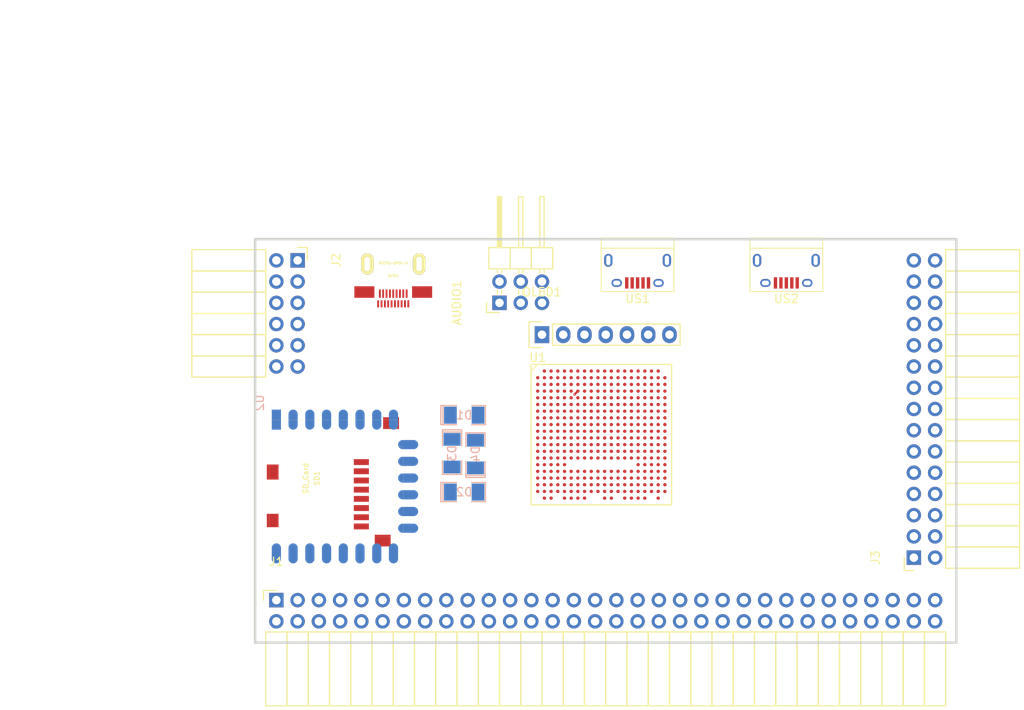
<source format=kicad_pcb>
(kicad_pcb (version 4) (host pcbnew 4.0.5+dfsg1-4)

  (general
    (links 250)
    (no_connects 249)
    (area 93.949999 61.269999 178.070001 109.830001)
    (thickness 1.6)
    (drawings 16)
    (tracks 6)
    (zones 0)
    (modules 15)
    (nets 75)
  )

  (page A4)
  (layers
    (0 F.Cu signal)
    (1 In1.Cu signal)
    (2 In2.Cu signal)
    (31 B.Cu signal)
    (32 B.Adhes user)
    (33 F.Adhes user)
    (34 B.Paste user)
    (35 F.Paste user)
    (36 B.SilkS user)
    (37 F.SilkS user)
    (38 B.Mask user)
    (39 F.Mask user)
    (40 Dwgs.User user)
    (41 Cmts.User user)
    (42 Eco1.User user)
    (43 Eco2.User user)
    (44 Edge.Cuts user)
    (45 Margin user)
    (46 B.CrtYd user)
    (47 F.CrtYd user)
    (48 B.Fab user)
    (49 F.Fab user)
  )

  (setup
    (last_trace_width 0.25)
    (trace_clearance 0.2)
    (zone_clearance 0.508)
    (zone_45_only no)
    (trace_min 0.2)
    (segment_width 0.2)
    (edge_width 0.2)
    (via_size 0.6)
    (via_drill 0.4)
    (via_min_size 0.4)
    (via_min_drill 0.3)
    (uvia_size 0.3)
    (uvia_drill 0.1)
    (uvias_allowed yes)
    (uvia_min_size 0.2)
    (uvia_min_drill 0.1)
    (pcb_text_width 0.3)
    (pcb_text_size 1.5 1.5)
    (mod_edge_width 0.15)
    (mod_text_size 1 1)
    (mod_text_width 0.15)
    (pad_size 1.524 1.524)
    (pad_drill 0.762)
    (pad_to_mask_clearance 0.2)
    (aux_axis_origin 82.67 62.69)
    (grid_origin 86.48 79.2)
    (visible_elements 7FFFFFFF)
    (pcbplotparams
      (layerselection 0x00030_80000001)
      (usegerberextensions false)
      (excludeedgelayer true)
      (linewidth 0.100000)
      (plotframeref false)
      (viasonmask false)
      (mode 1)
      (useauxorigin false)
      (hpglpennumber 1)
      (hpglpenspeed 20)
      (hpglpendiameter 15)
      (hpglpenoverlay 2)
      (psnegative false)
      (psa4output false)
      (plotreference true)
      (plotvalue true)
      (plotinvisibletext false)
      (padsonsilk false)
      (subtractmaskfromsilk false)
      (outputformat 1)
      (mirror false)
      (drillshape 1)
      (scaleselection 1)
      (outputdirectory ""))
  )

  (net 0 "")
  (net 1 GND)
  (net 2 VCC)
  (net 3 /TDI)
  (net 4 /TCK)
  (net 5 /TMS)
  (net 6 /TDO)
  (net 7 +5V)
  (net 8 /USB5V)
  (net 9 "Net-(D4-Pad1)")
  (net 10 /gpio/IN5V)
  (net 11 /gpio/OUT5V)
  (net 12 /gpio/P5)
  (net 13 /gpio/P6)
  (net 14 /gpio/P7)
  (net 15 /gpio/P8)
  (net 16 /gpio/P11)
  (net 17 /gpio/P12)
  (net 18 /gpio/P13)
  (net 19 /gpio/P14)
  (net 20 /gpio/P17)
  (net 21 /gpio/P18)
  (net 22 /gpio/P19)
  (net 23 /gpio/P20)
  (net 24 /gpio/P21)
  (net 25 /gpio/P22)
  (net 26 /gpio/P23)
  (net 27 /gpio/P24)
  (net 28 /gpio/P25)
  (net 29 /gpio/P26)
  (net 30 /gpio/P27)
  (net 31 /gpio/P28)
  (net 32 /gpio/P29)
  (net 33 /gpio/P30)
  (net 34 /SD_3)
  (net 35 /MTMS)
  (net 36 /MTCK)
  (net 37 /MTDO)
  (net 38 /MTDI)
  (net 39 /gpio/P9)
  (net 40 /gpio/P10)
  (net 41 "Net-(US1-Pad6)")
  (net 42 "Net-(US2-Pad6)")
  (net 43 /gpio/P15)
  (net 44 /gpio/P16)
  (net 45 /gpio/P31)
  (net 46 /gpio/P32)
  (net 47 /gpio/P33)
  (net 48 /gpio/P34)
  (net 49 /gpio/P35)
  (net 50 /gpio/P36)
  (net 51 /gpio/P37)
  (net 52 /gpio/P38)
  (net 53 /gpio/P39)
  (net 54 /gpio/P40)
  (net 55 /gpio/P41)
  (net 56 /gpio/P42)
  (net 57 /gpio/P43)
  (net 58 /gpio/P44)
  (net 59 /gpio/P45)
  (net 60 /gpio/P46)
  (net 61 /gpio/P47)
  (net 62 /gpio/P48)
  (net 63 /gpio/P49)
  (net 64 /gpio/P50)
  (net 65 /gpio/P51)
  (net 66 /gpio/P52)
  (net 67 /gpio/P53)
  (net 68 /gpio/P54)
  (net 69 /gpio/P55)
  (net 70 /gpio/P56)
  (net 71 /gpio/P57)
  (net 72 /gpio/P58)
  (net 73 /gpio/P59)
  (net 74 /gpio/P60)

  (net_class Default "This is the default net class."
    (clearance 0.2)
    (trace_width 0.25)
    (via_dia 0.6)
    (via_drill 0.4)
    (uvia_dia 0.3)
    (uvia_drill 0.1)
    (add_net +5V)
    (add_net /MTCK)
    (add_net /MTDI)
    (add_net /MTDO)
    (add_net /MTMS)
    (add_net /SD_3)
    (add_net /TCK)
    (add_net /TDI)
    (add_net /TDO)
    (add_net /TMS)
    (add_net /USB5V)
    (add_net /gpio/IN5V)
    (add_net /gpio/OUT5V)
    (add_net /gpio/P10)
    (add_net /gpio/P11)
    (add_net /gpio/P12)
    (add_net /gpio/P13)
    (add_net /gpio/P14)
    (add_net /gpio/P15)
    (add_net /gpio/P16)
    (add_net /gpio/P17)
    (add_net /gpio/P18)
    (add_net /gpio/P19)
    (add_net /gpio/P20)
    (add_net /gpio/P21)
    (add_net /gpio/P22)
    (add_net /gpio/P23)
    (add_net /gpio/P24)
    (add_net /gpio/P25)
    (add_net /gpio/P26)
    (add_net /gpio/P27)
    (add_net /gpio/P28)
    (add_net /gpio/P29)
    (add_net /gpio/P30)
    (add_net /gpio/P31)
    (add_net /gpio/P32)
    (add_net /gpio/P33)
    (add_net /gpio/P34)
    (add_net /gpio/P35)
    (add_net /gpio/P36)
    (add_net /gpio/P37)
    (add_net /gpio/P38)
    (add_net /gpio/P39)
    (add_net /gpio/P40)
    (add_net /gpio/P41)
    (add_net /gpio/P42)
    (add_net /gpio/P43)
    (add_net /gpio/P44)
    (add_net /gpio/P45)
    (add_net /gpio/P46)
    (add_net /gpio/P47)
    (add_net /gpio/P48)
    (add_net /gpio/P49)
    (add_net /gpio/P5)
    (add_net /gpio/P50)
    (add_net /gpio/P51)
    (add_net /gpio/P52)
    (add_net /gpio/P53)
    (add_net /gpio/P54)
    (add_net /gpio/P55)
    (add_net /gpio/P56)
    (add_net /gpio/P57)
    (add_net /gpio/P58)
    (add_net /gpio/P59)
    (add_net /gpio/P6)
    (add_net /gpio/P60)
    (add_net /gpio/P7)
    (add_net /gpio/P8)
    (add_net /gpio/P9)
    (add_net "Net-(D4-Pad1)")
    (add_net "Net-(US1-Pad6)")
    (add_net "Net-(US2-Pad6)")
    (add_net VCC)
  )

  (net_class BGA ""
    (clearance 0.1)
    (trace_width 0.2)
    (via_dia 0.6)
    (via_drill 0.4)
    (uvia_dia 0.3)
    (uvia_drill 0.1)
    (add_net GND)
  )

  (module SMD_Packages:SMD-1206_Pol (layer B.Cu) (tedit 0) (tstamp 56AA106E)
    (at 119.093 91.676)
    (path /56AC389C/56AC4846)
    (attr smd)
    (fp_text reference D2 (at 0 0) (layer B.SilkS)
      (effects (font (size 1 1) (thickness 0.15)) (justify mirror))
    )
    (fp_text value 2A (at 0 0) (layer B.Fab)
      (effects (font (size 1 1) (thickness 0.15)) (justify mirror))
    )
    (fp_line (start -2.54 1.143) (end -2.794 1.143) (layer B.SilkS) (width 0.15))
    (fp_line (start -2.794 1.143) (end -2.794 -1.143) (layer B.SilkS) (width 0.15))
    (fp_line (start -2.794 -1.143) (end -2.54 -1.143) (layer B.SilkS) (width 0.15))
    (fp_line (start -2.54 1.143) (end -2.54 -1.143) (layer B.SilkS) (width 0.15))
    (fp_line (start -2.54 -1.143) (end -0.889 -1.143) (layer B.SilkS) (width 0.15))
    (fp_line (start 0.889 1.143) (end 2.54 1.143) (layer B.SilkS) (width 0.15))
    (fp_line (start 2.54 1.143) (end 2.54 -1.143) (layer B.SilkS) (width 0.15))
    (fp_line (start 2.54 -1.143) (end 0.889 -1.143) (layer B.SilkS) (width 0.15))
    (fp_line (start -0.889 1.143) (end -2.54 1.143) (layer B.SilkS) (width 0.15))
    (pad 1 smd rect (at -1.651 0) (size 1.524 2.032) (layers B.Cu B.Paste B.Mask)
      (net 11 /gpio/OUT5V))
    (pad 2 smd rect (at 1.651 0) (size 1.524 2.032) (layers B.Cu B.Paste B.Mask))
    (model SMD_Packages.3dshapes/SMD-1206_Pol.wrl
      (at (xyz 0 0 0))
      (scale (xyz 0.17 0.16 0.16))
      (rotate (xyz 0 0 0))
    )
  )

  (module SMD_Packages:SMD-1206_Pol (layer B.Cu) (tedit 0) (tstamp 56AA1068)
    (at 119.093 82.476)
    (path /56AC389C/56AC483B)
    (attr smd)
    (fp_text reference D1 (at 0 0) (layer B.SilkS)
      (effects (font (size 1 1) (thickness 0.15)) (justify mirror))
    )
    (fp_text value 2A (at 0 0) (layer B.Fab)
      (effects (font (size 1 1) (thickness 0.15)) (justify mirror))
    )
    (fp_line (start -2.54 1.143) (end -2.794 1.143) (layer B.SilkS) (width 0.15))
    (fp_line (start -2.794 1.143) (end -2.794 -1.143) (layer B.SilkS) (width 0.15))
    (fp_line (start -2.794 -1.143) (end -2.54 -1.143) (layer B.SilkS) (width 0.15))
    (fp_line (start -2.54 1.143) (end -2.54 -1.143) (layer B.SilkS) (width 0.15))
    (fp_line (start -2.54 -1.143) (end -0.889 -1.143) (layer B.SilkS) (width 0.15))
    (fp_line (start 0.889 1.143) (end 2.54 1.143) (layer B.SilkS) (width 0.15))
    (fp_line (start 2.54 1.143) (end 2.54 -1.143) (layer B.SilkS) (width 0.15))
    (fp_line (start 2.54 -1.143) (end 0.889 -1.143) (layer B.SilkS) (width 0.15))
    (fp_line (start -0.889 1.143) (end -2.54 1.143) (layer B.SilkS) (width 0.15))
    (pad 1 smd rect (at -1.651 0) (size 1.524 2.032) (layers B.Cu B.Paste B.Mask)
      (net 7 +5V))
    (pad 2 smd rect (at 1.651 0) (size 1.524 2.032) (layers B.Cu B.Paste B.Mask)
      (net 10 /gpio/IN5V))
    (model SMD_Packages.3dshapes/SMD-1206_Pol.wrl
      (at (xyz 0 0 0))
      (scale (xyz 0.17 0.16 0.16))
      (rotate (xyz 0 0 0))
    )
  )

  (module SMD_Packages:SMD-1206_Pol (layer B.Cu) (tedit 0) (tstamp 56A9E514)
    (at 120.442 87.127 90)
    (path /56AA2821)
    (attr smd)
    (fp_text reference D4 (at 0 0 90) (layer B.SilkS)
      (effects (font (size 1 1) (thickness 0.15)) (justify mirror))
    )
    (fp_text value 2A (at 0 0 90) (layer B.Fab)
      (effects (font (size 1 1) (thickness 0.15)) (justify mirror))
    )
    (fp_line (start -2.54 1.143) (end -2.794 1.143) (layer B.SilkS) (width 0.15))
    (fp_line (start -2.794 1.143) (end -2.794 -1.143) (layer B.SilkS) (width 0.15))
    (fp_line (start -2.794 -1.143) (end -2.54 -1.143) (layer B.SilkS) (width 0.15))
    (fp_line (start -2.54 1.143) (end -2.54 -1.143) (layer B.SilkS) (width 0.15))
    (fp_line (start -2.54 -1.143) (end -0.889 -1.143) (layer B.SilkS) (width 0.15))
    (fp_line (start 0.889 1.143) (end 2.54 1.143) (layer B.SilkS) (width 0.15))
    (fp_line (start 2.54 1.143) (end 2.54 -1.143) (layer B.SilkS) (width 0.15))
    (fp_line (start 2.54 -1.143) (end 0.889 -1.143) (layer B.SilkS) (width 0.15))
    (fp_line (start -0.889 1.143) (end -2.54 1.143) (layer B.SilkS) (width 0.15))
    (pad 1 smd rect (at -1.651 0 90) (size 1.524 2.032) (layers B.Cu B.Paste B.Mask)
      (net 9 "Net-(D4-Pad1)"))
    (pad 2 smd rect (at 1.651 0 90) (size 1.524 2.032) (layers B.Cu B.Paste B.Mask)
      (net 7 +5V))
    (model SMD_Packages.3dshapes/SMD-1206_Pol.wrl
      (at (xyz 0 0 0))
      (scale (xyz 0.17 0.16 0.16))
      (rotate (xyz 0 0 0))
    )
  )

  (module SMD_Packages:SMD-1206_Pol (layer B.Cu) (tedit 0) (tstamp 56A9E50E)
    (at 117.642 87.025 270)
    (path /56AA1324)
    (attr smd)
    (fp_text reference D3 (at 0 0 270) (layer B.SilkS)
      (effects (font (size 1 1) (thickness 0.15)) (justify mirror))
    )
    (fp_text value 2A (at 0 0 270) (layer B.Fab)
      (effects (font (size 1 1) (thickness 0.15)) (justify mirror))
    )
    (fp_line (start -2.54 1.143) (end -2.794 1.143) (layer B.SilkS) (width 0.15))
    (fp_line (start -2.794 1.143) (end -2.794 -1.143) (layer B.SilkS) (width 0.15))
    (fp_line (start -2.794 -1.143) (end -2.54 -1.143) (layer B.SilkS) (width 0.15))
    (fp_line (start -2.54 1.143) (end -2.54 -1.143) (layer B.SilkS) (width 0.15))
    (fp_line (start -2.54 -1.143) (end -0.889 -1.143) (layer B.SilkS) (width 0.15))
    (fp_line (start 0.889 1.143) (end 2.54 1.143) (layer B.SilkS) (width 0.15))
    (fp_line (start 2.54 1.143) (end 2.54 -1.143) (layer B.SilkS) (width 0.15))
    (fp_line (start 2.54 -1.143) (end 0.889 -1.143) (layer B.SilkS) (width 0.15))
    (fp_line (start -0.889 1.143) (end -2.54 1.143) (layer B.SilkS) (width 0.15))
    (pad 1 smd rect (at -1.651 0 270) (size 1.524 2.032) (layers B.Cu B.Paste B.Mask)
      (net 7 +5V))
    (pad 2 smd rect (at 1.651 0 270) (size 1.524 2.032) (layers B.Cu B.Paste B.Mask)
      (net 8 /USB5V))
    (model SMD_Packages.3dshapes/SMD-1206_Pol.wrl
      (at (xyz 0 0 0))
      (scale (xyz 0.17 0.16 0.16))
      (rotate (xyz 0 0 0))
    )
  )

  (module micro-sd:MicroSD_TF02D (layer F.Cu) (tedit 52721666) (tstamp 56A966AB)
    (at 95.8 90.03 90)
    (path /56ACBF19)
    (fp_text reference SD1 (at 0 5.7 90) (layer F.SilkS)
      (effects (font (size 0.59944 0.59944) (thickness 0.12446)))
    )
    (fp_text value SD_Card (at 0 4.35 90) (layer F.SilkS)
      (effects (font (size 0.59944 0.59944) (thickness 0.12446)))
    )
    (fp_line (start 3.8 15.2) (end 3.8 16) (layer F.SilkS) (width 0.01016))
    (fp_line (start 3.8 16) (end -7 16) (layer F.SilkS) (width 0.01016))
    (fp_line (start -7 16) (end -7 15.2) (layer F.SilkS) (width 0.01016))
    (fp_line (start 7 0) (end 7 15.2) (layer F.SilkS) (width 0.01016))
    (fp_line (start 7 15.2) (end -7 15.2) (layer F.SilkS) (width 0.01016))
    (fp_line (start -7 15.2) (end -7 0) (layer F.SilkS) (width 0.01016))
    (fp_line (start -7 0) (end 7 0) (layer F.SilkS) (width 0.01016))
    (pad 1 smd rect (at 1.94 11 90) (size 0.7 1.8) (layers F.Cu F.Paste F.Mask)
      (net 34 /SD_3))
    (pad 2 smd rect (at 0.84 11 90) (size 0.7 1.8) (layers F.Cu F.Paste F.Mask)
      (net 35 /MTMS))
    (pad 3 smd rect (at -0.26 11 90) (size 0.7 1.8) (layers F.Cu F.Paste F.Mask)
      (net 1 GND))
    (pad 4 smd rect (at -1.36 11 90) (size 0.7 1.8) (layers F.Cu F.Paste F.Mask)
      (net 2 VCC))
    (pad 5 smd rect (at -2.46 11 90) (size 0.7 1.8) (layers F.Cu F.Paste F.Mask)
      (net 36 /MTCK))
    (pad 6 smd rect (at -3.56 11 90) (size 0.7 1.8) (layers F.Cu F.Paste F.Mask)
      (net 1 GND))
    (pad 7 smd rect (at -4.66 11 90) (size 0.7 1.8) (layers F.Cu F.Paste F.Mask)
      (net 37 /MTDO))
    (pad 8 smd rect (at -5.76 11 90) (size 0.7 1.8) (layers F.Cu F.Paste F.Mask)
      (net 38 /MTDI))
    (pad S smd rect (at -5.05 0.4 90) (size 1.6 1.4) (layers F.Cu F.Paste F.Mask))
    (pad S smd rect (at 0.75 0.4 90) (size 1.8 1.4) (layers F.Cu F.Paste F.Mask))
    (pad G smd rect (at -7.45 13.55 90) (size 1.4 1.9) (layers F.Cu F.Paste F.Mask))
    (pad G smd rect (at 6.6 14.55 90) (size 1.4 1.9) (layers F.Cu F.Paste F.Mask))
  )

  (module micro-hdmi-d:MICRO-HDMI-D (layer F.Cu) (tedit 53F70906) (tstamp 56A965BA)
    (at 110.61 62.69 180)
    (path /56ACD5D4)
    (attr smd)
    (fp_text reference GPDI1 (at -0.025 -3.125 180) (layer F.SilkS)
      (effects (font (size 0.3 0.3) (thickness 0.075)))
    )
    (fp_text value MICRO-GPDI-D (at 0 -1.6 180) (layer F.SilkS)
      (effects (font (size 0.3 0.3) (thickness 0.075)))
    )
    (fp_line (start -3.3 0) (end -3.3 0.7) (layer F.SilkS) (width 0.001))
    (fp_line (start -3.3 0.7) (end 3.3 0.7) (layer F.SilkS) (width 0.001))
    (fp_line (start 3.3 0.7) (end 3.3 0) (layer F.SilkS) (width 0.001))
    (fp_line (start -3.3 0) (end -3.3 -6.8) (layer F.SilkS) (width 0.001))
    (fp_line (start -3.3 -6.8) (end 3.3 -6.8) (layer F.SilkS) (width 0.001))
    (fp_line (start 3.3 -6.8) (end 3.3 0) (layer F.SilkS) (width 0.001))
    (fp_line (start 3.3 0) (end -3.3 0) (layer F.SilkS) (width 0.001))
    (pad 1 smd rect (at 1.8 -6.475 180) (size 0.23 0.85) (layers F.Cu F.Paste F.Mask))
    (pad 3 smd rect (at 1.4 -6.475 180) (size 0.23 0.85) (layers F.Cu F.Paste F.Mask))
    (pad 5 smd rect (at 1 -6.475 180) (size 0.23 0.85) (layers F.Cu F.Paste F.Mask))
    (pad 7 smd rect (at 0.6 -6.475 180) (size 0.23 0.85) (layers F.Cu F.Paste F.Mask)
      (net 1 GND))
    (pad 9 smd rect (at 0.2 -6.475 180) (size 0.23 0.85) (layers F.Cu F.Paste F.Mask))
    (pad 11 smd rect (at -0.2 -6.475 180) (size 0.23 0.85) (layers F.Cu F.Paste F.Mask))
    (pad 13 smd rect (at -0.6 -6.475 180) (size 0.23 0.85) (layers F.Cu F.Paste F.Mask)
      (net 1 GND))
    (pad 15 smd rect (at -1 -6.475 180) (size 0.23 0.85) (layers F.Cu F.Paste F.Mask))
    (pad 17 smd rect (at -1.4 -6.475 180) (size 0.23 0.85) (layers F.Cu F.Paste F.Mask))
    (pad 19 smd rect (at -1.8 -6.475 180) (size 0.23 0.85) (layers F.Cu F.Paste F.Mask))
    (pad 2 smd rect (at 1.6 -5.25 180) (size 0.23 1) (layers F.Cu F.Paste F.Mask))
    (pad 4 smd rect (at 1.2 -5.25 180) (size 0.23 1) (layers F.Cu F.Paste F.Mask)
      (net 1 GND))
    (pad 6 smd rect (at 0.8 -5.25 180) (size 0.23 1) (layers F.Cu F.Paste F.Mask))
    (pad 8 smd rect (at 0.4 -5.25 180) (size 0.23 1) (layers F.Cu F.Paste F.Mask))
    (pad 10 smd rect (at 0 -5.25 180) (size 0.23 1) (layers F.Cu F.Paste F.Mask)
      (net 1 GND))
    (pad 12 smd rect (at -0.4 -5.25 180) (size 0.23 1) (layers F.Cu F.Paste F.Mask))
    (pad 14 smd rect (at -0.8 -5.25 180) (size 0.23 1) (layers F.Cu F.Paste F.Mask))
    (pad 16 smd rect (at -1.2 -5.25 180) (size 0.23 1) (layers F.Cu F.Paste F.Mask)
      (net 1 GND))
    (pad 18 smd rect (at -1.6 -5.25 180) (size 0.23 1) (layers F.Cu F.Paste F.Mask))
    (pad SHD smd rect (at 3.45 -5.06 180) (size 2.4 1.38) (layers F.Cu F.Paste F.Mask)
      (net 1 GND))
    (pad SHD smd rect (at -3.45 -5.06 180) (size 2.4 1.38) (layers F.Cu F.Paste F.Mask)
      (net 1 GND))
    (pad "" thru_hole oval (at -3.1 -1.7 180) (size 1.5 2.55) (drill oval 0.65 1.7) (layers *.Cu *.Mask F.SilkS))
    (pad "" thru_hole oval (at 3.1 -1.7 180) (size 1.5 2.55) (drill oval 0.65 1.7) (layers *.Cu *.Mask F.SilkS))
  )

  (module ESP8266:ESP-12E (layer B.Cu) (tedit 559F8D21) (tstamp 56A95491)
    (at 96.64 83.01 270)
    (descr "Module, ESP-8266, ESP-12, 16 pad, SMD")
    (tags "Module ESP-8266 ESP8266")
    (path /56AC980A)
    (fp_text reference U2 (at -2 2 270) (layer B.SilkS)
      (effects (font (size 1 1) (thickness 0.15)) (justify mirror))
    )
    (fp_text value ESP-12E (at 8 -1 270) (layer B.Fab)
      (effects (font (size 1 1) (thickness 0.15)) (justify mirror))
    )
    (fp_line (start 16 8.4) (end 0 2.6) (layer B.CrtYd) (width 0.1524))
    (fp_line (start 0 8.4) (end 16 2.6) (layer B.CrtYd) (width 0.1524))
    (fp_text user "No Copper" (at 7.9 5.4 270) (layer B.CrtYd)
      (effects (font (size 1 1) (thickness 0.15)) (justify mirror))
    )
    (fp_line (start 0 8.4) (end 0 2.6) (layer B.CrtYd) (width 0.1524))
    (fp_line (start 0 2.6) (end 16 2.6) (layer B.CrtYd) (width 0.1524))
    (fp_line (start 16 2.6) (end 16 8.4) (layer B.CrtYd) (width 0.1524))
    (fp_line (start 16 8.4) (end 0 8.4) (layer B.CrtYd) (width 0.1524))
    (fp_line (start 16 8.4) (end 16 -15.6) (layer B.Fab) (width 0.1524))
    (fp_line (start 16 -15.6) (end 0 -15.6) (layer B.Fab) (width 0.1524))
    (fp_line (start 0 -15.6) (end 0 8.4) (layer B.Fab) (width 0.1524))
    (fp_line (start 0 8.4) (end 16 8.4) (layer B.Fab) (width 0.1524))
    (pad 9 smd oval (at 2.99 -15.75 180) (size 2.4 1.1) (layers B.Cu B.Paste B.Mask)
      (net 37 /MTDO))
    (pad 10 smd oval (at 4.99 -15.75 180) (size 2.4 1.1) (layers B.Cu B.Paste B.Mask)
      (net 38 /MTDI))
    (pad 11 smd oval (at 6.99 -15.75 180) (size 2.4 1.1) (layers B.Cu B.Paste B.Mask)
      (net 34 /SD_3))
    (pad 12 smd oval (at 8.99 -15.75 180) (size 2.4 1.1) (layers B.Cu B.Paste B.Mask)
      (net 35 /MTMS))
    (pad 13 smd oval (at 10.99 -15.75 180) (size 2.4 1.1) (layers B.Cu B.Paste B.Mask)
      (net 36 /MTCK))
    (pad 14 smd oval (at 12.99 -15.75 180) (size 2.4 1.1) (layers B.Cu B.Paste B.Mask))
    (pad 1 smd rect (at 0 0 270) (size 2.4 1.1) (layers B.Cu B.Paste B.Mask))
    (pad 2 smd oval (at 0 -2 270) (size 2.4 1.1) (layers B.Cu B.Paste B.Mask))
    (pad 3 smd oval (at 0 -4 270) (size 2.4 1.1) (layers B.Cu B.Paste B.Mask))
    (pad 4 smd oval (at 0 -6 270) (size 2.4 1.1) (layers B.Cu B.Paste B.Mask)
      (net 3 /TDI))
    (pad 5 smd oval (at 0 -8 270) (size 2.4 1.1) (layers B.Cu B.Paste B.Mask)
      (net 6 /TDO))
    (pad 6 smd oval (at 0 -10 270) (size 2.4 1.1) (layers B.Cu B.Paste B.Mask)
      (net 4 /TCK))
    (pad 7 smd oval (at 0 -12 270) (size 2.4 1.1) (layers B.Cu B.Paste B.Mask)
      (net 5 /TMS))
    (pad 8 smd oval (at 0 -14 270) (size 2.4 1.1) (layers B.Cu B.Paste B.Mask)
      (net 2 VCC))
    (pad 15 smd oval (at 16 -14 270) (size 2.4 1.1) (layers B.Cu B.Paste B.Mask)
      (net 1 GND))
    (pad 16 smd oval (at 16 -12 270) (size 2.4 1.1) (layers B.Cu B.Paste B.Mask))
    (pad 17 smd oval (at 16 -10 270) (size 2.4 1.1) (layers B.Cu B.Paste B.Mask))
    (pad 18 smd oval (at 16 -8 270) (size 2.4 1.1) (layers B.Cu B.Paste B.Mask))
    (pad 19 smd oval (at 16 -6 270) (size 2.4 1.1) (layers B.Cu B.Paste B.Mask))
    (pad 20 smd oval (at 16 -4 270) (size 2.4 1.1) (layers B.Cu B.Paste B.Mask))
    (pad 21 smd oval (at 16 -2 270) (size 2.4 1.1) (layers B.Cu B.Paste B.Mask))
    (pad 22 smd oval (at 16 0 270) (size 2.4 1.1) (layers B.Cu B.Paste B.Mask))
    (model ${ESPLIB}/ESP8266.3dshapes/ESP-12.wrl
      (at (xyz 0.04 0 0))
      (scale (xyz 0.3937 0.3937 0.3937))
      (rotate (xyz 0 0 0))
    )
  )

  (module usb_otg:USB_Micro-B (layer F.Cu) (tedit 5543E447) (tstamp 58D43115)
    (at 139.82 65.31 180)
    (descr "Micro USB Type B Receptacle")
    (tags "USB USB_B USB_micro USB_OTG")
    (path /58D432CE)
    (attr smd)
    (fp_text reference US1 (at 0 -3.24 180) (layer F.SilkS)
      (effects (font (size 1 1) (thickness 0.15)))
    )
    (fp_text value USB_FTDI (at 0 5.01 180) (layer F.Fab)
      (effects (font (size 1 1) (thickness 0.15)))
    )
    (fp_line (start -4.6 -2.59) (end 4.6 -2.59) (layer F.CrtYd) (width 0.05))
    (fp_line (start 4.6 -2.59) (end 4.6 4.26) (layer F.CrtYd) (width 0.05))
    (fp_line (start 4.6 4.26) (end -4.6 4.26) (layer F.CrtYd) (width 0.05))
    (fp_line (start -4.6 4.26) (end -4.6 -2.59) (layer F.CrtYd) (width 0.05))
    (fp_line (start -4.35 4.03) (end 4.35 4.03) (layer F.SilkS) (width 0.12))
    (fp_line (start -4.35 -2.38) (end 4.35 -2.38) (layer F.SilkS) (width 0.12))
    (fp_line (start 4.35 -2.38) (end 4.35 4.03) (layer F.SilkS) (width 0.12))
    (fp_line (start 4.35 2.8) (end -4.35 2.8) (layer F.SilkS) (width 0.12))
    (fp_line (start -4.35 4.03) (end -4.35 -2.38) (layer F.SilkS) (width 0.12))
    (pad 1 smd rect (at -1.3 -1.35 270) (size 1.35 0.4) (layers F.Cu F.Paste F.Mask)
      (net 8 /USB5V))
    (pad 2 smd rect (at -0.65 -1.35 270) (size 1.35 0.4) (layers F.Cu F.Paste F.Mask))
    (pad 3 smd rect (at 0 -1.35 270) (size 1.35 0.4) (layers F.Cu F.Paste F.Mask))
    (pad 4 smd rect (at 0.65 -1.35 270) (size 1.35 0.4) (layers F.Cu F.Paste F.Mask))
    (pad 5 smd rect (at 1.3 -1.35 270) (size 1.35 0.4) (layers F.Cu F.Paste F.Mask)
      (net 1 GND))
    (pad 6 thru_hole oval (at -2.5 -1.35 270) (size 0.95 1.25) (drill oval 0.55 0.85) (layers *.Cu *.Mask)
      (net 41 "Net-(US1-Pad6)"))
    (pad 6 thru_hole oval (at 2.5 -1.35 270) (size 0.95 1.25) (drill oval 0.55 0.85) (layers *.Cu *.Mask)
      (net 41 "Net-(US1-Pad6)"))
    (pad 6 thru_hole oval (at -3.5 1.35 270) (size 1.55 1) (drill oval 1.15 0.5) (layers *.Cu *.Mask)
      (net 41 "Net-(US1-Pad6)"))
    (pad 6 thru_hole oval (at 3.5 1.35 270) (size 1.55 1) (drill oval 1.15 0.5) (layers *.Cu *.Mask)
      (net 41 "Net-(US1-Pad6)"))
  )

  (module usb_otg:USB_Micro-B (layer F.Cu) (tedit 5543E447) (tstamp 58D43122)
    (at 157.6 65.31 180)
    (descr "Micro USB Type B Receptacle")
    (tags "USB USB_B USB_micro USB_OTG")
    (path /58D4378B)
    (attr smd)
    (fp_text reference US2 (at 0 -3.24 180) (layer F.SilkS)
      (effects (font (size 1 1) (thickness 0.15)))
    )
    (fp_text value USB_FPGA (at 0 5.01 180) (layer F.Fab)
      (effects (font (size 1 1) (thickness 0.15)))
    )
    (fp_line (start -4.6 -2.59) (end 4.6 -2.59) (layer F.CrtYd) (width 0.05))
    (fp_line (start 4.6 -2.59) (end 4.6 4.26) (layer F.CrtYd) (width 0.05))
    (fp_line (start 4.6 4.26) (end -4.6 4.26) (layer F.CrtYd) (width 0.05))
    (fp_line (start -4.6 4.26) (end -4.6 -2.59) (layer F.CrtYd) (width 0.05))
    (fp_line (start -4.35 4.03) (end 4.35 4.03) (layer F.SilkS) (width 0.12))
    (fp_line (start -4.35 -2.38) (end 4.35 -2.38) (layer F.SilkS) (width 0.12))
    (fp_line (start 4.35 -2.38) (end 4.35 4.03) (layer F.SilkS) (width 0.12))
    (fp_line (start 4.35 2.8) (end -4.35 2.8) (layer F.SilkS) (width 0.12))
    (fp_line (start -4.35 4.03) (end -4.35 -2.38) (layer F.SilkS) (width 0.12))
    (pad 1 smd rect (at -1.3 -1.35 270) (size 1.35 0.4) (layers F.Cu F.Paste F.Mask)
      (net 9 "Net-(D4-Pad1)"))
    (pad 2 smd rect (at -0.65 -1.35 270) (size 1.35 0.4) (layers F.Cu F.Paste F.Mask))
    (pad 3 smd rect (at 0 -1.35 270) (size 1.35 0.4) (layers F.Cu F.Paste F.Mask))
    (pad 4 smd rect (at 0.65 -1.35 270) (size 1.35 0.4) (layers F.Cu F.Paste F.Mask))
    (pad 5 smd rect (at 1.3 -1.35 270) (size 1.35 0.4) (layers F.Cu F.Paste F.Mask)
      (net 1 GND))
    (pad 6 thru_hole oval (at -2.5 -1.35 270) (size 0.95 1.25) (drill oval 0.55 0.85) (layers *.Cu *.Mask)
      (net 42 "Net-(US2-Pad6)"))
    (pad 6 thru_hole oval (at 2.5 -1.35 270) (size 0.95 1.25) (drill oval 0.55 0.85) (layers *.Cu *.Mask)
      (net 42 "Net-(US2-Pad6)"))
    (pad 6 thru_hole oval (at -3.5 1.35 270) (size 1.55 1) (drill oval 1.15 0.5) (layers *.Cu *.Mask)
      (net 42 "Net-(US2-Pad6)"))
    (pad 6 thru_hole oval (at 3.5 1.35 270) (size 1.55 1) (drill oval 1.15 0.5) (layers *.Cu *.Mask)
      (net 42 "Net-(US2-Pad6)"))
  )

  (module Socket_Strips:Socket_Strip_Angled_2x32 (layer F.Cu) (tedit 0) (tstamp 58D4E99D)
    (at 96.64 104.6)
    (descr "Through hole socket strip")
    (tags "socket strip")
    (path /56AC389C/58D39D36)
    (fp_text reference J1 (at 0 -4.6) (layer F.SilkS)
      (effects (font (size 1 1) (thickness 0.15)))
    )
    (fp_text value CONN_02X32 (at 0 -2.6) (layer F.Fab)
      (effects (font (size 1 1) (thickness 0.15)))
    )
    (fp_line (start -1.75 -1.35) (end -1.75 13.15) (layer F.CrtYd) (width 0.05))
    (fp_line (start 80.5 -1.35) (end 80.5 13.15) (layer F.CrtYd) (width 0.05))
    (fp_line (start -1.75 -1.35) (end 80.5 -1.35) (layer F.CrtYd) (width 0.05))
    (fp_line (start -1.75 13.15) (end 80.5 13.15) (layer F.CrtYd) (width 0.05))
    (fp_line (start 80.01 3.81) (end 80.01 12.64) (layer F.SilkS) (width 0.15))
    (fp_line (start 77.47 3.81) (end 80.01 3.81) (layer F.SilkS) (width 0.15))
    (fp_line (start 77.47 12.64) (end 80.01 12.64) (layer F.SilkS) (width 0.15))
    (fp_line (start 80.01 12.64) (end 80.01 3.81) (layer F.SilkS) (width 0.15))
    (fp_line (start 77.47 12.64) (end 77.47 3.81) (layer F.SilkS) (width 0.15))
    (fp_line (start 74.93 12.64) (end 77.47 12.64) (layer F.SilkS) (width 0.15))
    (fp_line (start 74.93 3.81) (end 77.47 3.81) (layer F.SilkS) (width 0.15))
    (fp_line (start 77.47 3.81) (end 77.47 12.64) (layer F.SilkS) (width 0.15))
    (fp_line (start 54.61 12.64) (end 54.61 3.81) (layer F.SilkS) (width 0.15))
    (fp_line (start 52.07 12.64) (end 54.61 12.64) (layer F.SilkS) (width 0.15))
    (fp_line (start 52.07 3.81) (end 54.61 3.81) (layer F.SilkS) (width 0.15))
    (fp_line (start 54.61 3.81) (end 54.61 12.64) (layer F.SilkS) (width 0.15))
    (fp_line (start 52.07 3.81) (end 52.07 12.64) (layer F.SilkS) (width 0.15))
    (fp_line (start 49.53 3.81) (end 52.07 3.81) (layer F.SilkS) (width 0.15))
    (fp_line (start 49.53 12.64) (end 52.07 12.64) (layer F.SilkS) (width 0.15))
    (fp_line (start 52.07 12.64) (end 52.07 3.81) (layer F.SilkS) (width 0.15))
    (fp_line (start 49.53 12.64) (end 49.53 3.81) (layer F.SilkS) (width 0.15))
    (fp_line (start 46.99 12.64) (end 49.53 12.64) (layer F.SilkS) (width 0.15))
    (fp_line (start 46.99 3.81) (end 49.53 3.81) (layer F.SilkS) (width 0.15))
    (fp_line (start 49.53 3.81) (end 49.53 12.64) (layer F.SilkS) (width 0.15))
    (fp_line (start 62.23 3.81) (end 62.23 12.64) (layer F.SilkS) (width 0.15))
    (fp_line (start 59.69 3.81) (end 62.23 3.81) (layer F.SilkS) (width 0.15))
    (fp_line (start 59.69 12.64) (end 62.23 12.64) (layer F.SilkS) (width 0.15))
    (fp_line (start 62.23 12.64) (end 62.23 3.81) (layer F.SilkS) (width 0.15))
    (fp_line (start 64.77 12.64) (end 64.77 3.81) (layer F.SilkS) (width 0.15))
    (fp_line (start 62.23 12.64) (end 64.77 12.64) (layer F.SilkS) (width 0.15))
    (fp_line (start 62.23 3.81) (end 64.77 3.81) (layer F.SilkS) (width 0.15))
    (fp_line (start 64.77 3.81) (end 64.77 12.64) (layer F.SilkS) (width 0.15))
    (fp_line (start 67.31 3.81) (end 67.31 12.64) (layer F.SilkS) (width 0.15))
    (fp_line (start 64.77 3.81) (end 67.31 3.81) (layer F.SilkS) (width 0.15))
    (fp_line (start 64.77 12.64) (end 67.31 12.64) (layer F.SilkS) (width 0.15))
    (fp_line (start 67.31 12.64) (end 67.31 3.81) (layer F.SilkS) (width 0.15))
    (fp_line (start 69.85 12.64) (end 69.85 3.81) (layer F.SilkS) (width 0.15))
    (fp_line (start 67.31 12.64) (end 69.85 12.64) (layer F.SilkS) (width 0.15))
    (fp_line (start 67.31 3.81) (end 69.85 3.81) (layer F.SilkS) (width 0.15))
    (fp_line (start 69.85 3.81) (end 69.85 12.64) (layer F.SilkS) (width 0.15))
    (fp_line (start 72.39 3.81) (end 72.39 12.64) (layer F.SilkS) (width 0.15))
    (fp_line (start 69.85 3.81) (end 72.39 3.81) (layer F.SilkS) (width 0.15))
    (fp_line (start 69.85 12.64) (end 72.39 12.64) (layer F.SilkS) (width 0.15))
    (fp_line (start 72.39 12.64) (end 72.39 3.81) (layer F.SilkS) (width 0.15))
    (fp_line (start 59.69 12.64) (end 59.69 3.81) (layer F.SilkS) (width 0.15))
    (fp_line (start 57.15 12.64) (end 59.69 12.64) (layer F.SilkS) (width 0.15))
    (fp_line (start 57.15 3.81) (end 59.69 3.81) (layer F.SilkS) (width 0.15))
    (fp_line (start 59.69 3.81) (end 59.69 12.64) (layer F.SilkS) (width 0.15))
    (fp_line (start 57.15 3.81) (end 57.15 12.64) (layer F.SilkS) (width 0.15))
    (fp_line (start 54.61 3.81) (end 57.15 3.81) (layer F.SilkS) (width 0.15))
    (fp_line (start 54.61 12.64) (end 57.15 12.64) (layer F.SilkS) (width 0.15))
    (fp_line (start 57.15 12.64) (end 57.15 3.81) (layer F.SilkS) (width 0.15))
    (fp_line (start 74.93 12.64) (end 74.93 3.81) (layer F.SilkS) (width 0.15))
    (fp_line (start 72.39 12.64) (end 74.93 12.64) (layer F.SilkS) (width 0.15))
    (fp_line (start 72.39 3.81) (end 74.93 3.81) (layer F.SilkS) (width 0.15))
    (fp_line (start 74.93 3.81) (end 74.93 12.64) (layer F.SilkS) (width 0.15))
    (fp_line (start 46.99 3.81) (end 46.99 12.64) (layer F.SilkS) (width 0.15))
    (fp_line (start 44.45 3.81) (end 46.99 3.81) (layer F.SilkS) (width 0.15))
    (fp_line (start 44.45 12.64) (end 46.99 12.64) (layer F.SilkS) (width 0.15))
    (fp_line (start 46.99 12.64) (end 46.99 3.81) (layer F.SilkS) (width 0.15))
    (fp_line (start 29.21 12.64) (end 29.21 3.81) (layer F.SilkS) (width 0.15))
    (fp_line (start 26.67 12.64) (end 29.21 12.64) (layer F.SilkS) (width 0.15))
    (fp_line (start 26.67 3.81) (end 29.21 3.81) (layer F.SilkS) (width 0.15))
    (fp_line (start 29.21 3.81) (end 29.21 12.64) (layer F.SilkS) (width 0.15))
    (fp_line (start 31.75 3.81) (end 31.75 12.64) (layer F.SilkS) (width 0.15))
    (fp_line (start 29.21 3.81) (end 31.75 3.81) (layer F.SilkS) (width 0.15))
    (fp_line (start 29.21 12.64) (end 31.75 12.64) (layer F.SilkS) (width 0.15))
    (fp_line (start 31.75 12.64) (end 31.75 3.81) (layer F.SilkS) (width 0.15))
    (fp_line (start 44.45 12.64) (end 44.45 3.81) (layer F.SilkS) (width 0.15))
    (fp_line (start 41.91 12.64) (end 44.45 12.64) (layer F.SilkS) (width 0.15))
    (fp_line (start 41.91 3.81) (end 44.45 3.81) (layer F.SilkS) (width 0.15))
    (fp_line (start 44.45 3.81) (end 44.45 12.64) (layer F.SilkS) (width 0.15))
    (fp_line (start 41.91 3.81) (end 41.91 12.64) (layer F.SilkS) (width 0.15))
    (fp_line (start 39.37 3.81) (end 41.91 3.81) (layer F.SilkS) (width 0.15))
    (fp_line (start 39.37 12.64) (end 41.91 12.64) (layer F.SilkS) (width 0.15))
    (fp_line (start 41.91 12.64) (end 41.91 3.81) (layer F.SilkS) (width 0.15))
    (fp_line (start 39.37 12.64) (end 39.37 3.81) (layer F.SilkS) (width 0.15))
    (fp_line (start 36.83 12.64) (end 39.37 12.64) (layer F.SilkS) (width 0.15))
    (fp_line (start 36.83 3.81) (end 39.37 3.81) (layer F.SilkS) (width 0.15))
    (fp_line (start 39.37 3.81) (end 39.37 12.64) (layer F.SilkS) (width 0.15))
    (fp_line (start 36.83 3.81) (end 36.83 12.64) (layer F.SilkS) (width 0.15))
    (fp_line (start 34.29 3.81) (end 36.83 3.81) (layer F.SilkS) (width 0.15))
    (fp_line (start 34.29 12.64) (end 36.83 12.64) (layer F.SilkS) (width 0.15))
    (fp_line (start 36.83 12.64) (end 36.83 3.81) (layer F.SilkS) (width 0.15))
    (fp_line (start 34.29 12.64) (end 34.29 3.81) (layer F.SilkS) (width 0.15))
    (fp_line (start 31.75 12.64) (end 34.29 12.64) (layer F.SilkS) (width 0.15))
    (fp_line (start 31.75 3.81) (end 34.29 3.81) (layer F.SilkS) (width 0.15))
    (fp_line (start 34.29 3.81) (end 34.29 12.64) (layer F.SilkS) (width 0.15))
    (fp_line (start 16.51 3.81) (end 16.51 12.64) (layer F.SilkS) (width 0.15))
    (fp_line (start 13.97 3.81) (end 16.51 3.81) (layer F.SilkS) (width 0.15))
    (fp_line (start 13.97 12.64) (end 16.51 12.64) (layer F.SilkS) (width 0.15))
    (fp_line (start 16.51 12.64) (end 16.51 3.81) (layer F.SilkS) (width 0.15))
    (fp_line (start 19.05 12.64) (end 19.05 3.81) (layer F.SilkS) (width 0.15))
    (fp_line (start 16.51 12.64) (end 19.05 12.64) (layer F.SilkS) (width 0.15))
    (fp_line (start 16.51 3.81) (end 19.05 3.81) (layer F.SilkS) (width 0.15))
    (fp_line (start 19.05 3.81) (end 19.05 12.64) (layer F.SilkS) (width 0.15))
    (fp_line (start 21.59 3.81) (end 21.59 12.64) (layer F.SilkS) (width 0.15))
    (fp_line (start 19.05 3.81) (end 21.59 3.81) (layer F.SilkS) (width 0.15))
    (fp_line (start 19.05 12.64) (end 21.59 12.64) (layer F.SilkS) (width 0.15))
    (fp_line (start 21.59 12.64) (end 21.59 3.81) (layer F.SilkS) (width 0.15))
    (fp_line (start 24.13 12.64) (end 24.13 3.81) (layer F.SilkS) (width 0.15))
    (fp_line (start 21.59 12.64) (end 24.13 12.64) (layer F.SilkS) (width 0.15))
    (fp_line (start 21.59 3.81) (end 24.13 3.81) (layer F.SilkS) (width 0.15))
    (fp_line (start 24.13 3.81) (end 24.13 12.64) (layer F.SilkS) (width 0.15))
    (fp_line (start 26.67 3.81) (end 26.67 12.64) (layer F.SilkS) (width 0.15))
    (fp_line (start 24.13 3.81) (end 26.67 3.81) (layer F.SilkS) (width 0.15))
    (fp_line (start 24.13 12.64) (end 26.67 12.64) (layer F.SilkS) (width 0.15))
    (fp_line (start 26.67 12.64) (end 26.67 3.81) (layer F.SilkS) (width 0.15))
    (fp_line (start 13.97 12.64) (end 13.97 3.81) (layer F.SilkS) (width 0.15))
    (fp_line (start 11.43 12.64) (end 13.97 12.64) (layer F.SilkS) (width 0.15))
    (fp_line (start 11.43 3.81) (end 13.97 3.81) (layer F.SilkS) (width 0.15))
    (fp_line (start 13.97 3.81) (end 13.97 12.64) (layer F.SilkS) (width 0.15))
    (fp_line (start 11.43 3.81) (end 11.43 12.64) (layer F.SilkS) (width 0.15))
    (fp_line (start 8.89 3.81) (end 11.43 3.81) (layer F.SilkS) (width 0.15))
    (fp_line (start 8.89 12.64) (end 11.43 12.64) (layer F.SilkS) (width 0.15))
    (fp_line (start 11.43 12.64) (end 11.43 3.81) (layer F.SilkS) (width 0.15))
    (fp_line (start 8.89 12.64) (end 8.89 3.81) (layer F.SilkS) (width 0.15))
    (fp_line (start 6.35 12.64) (end 8.89 12.64) (layer F.SilkS) (width 0.15))
    (fp_line (start 6.35 3.81) (end 8.89 3.81) (layer F.SilkS) (width 0.15))
    (fp_line (start 8.89 3.81) (end 8.89 12.64) (layer F.SilkS) (width 0.15))
    (fp_line (start 6.35 3.81) (end 6.35 12.64) (layer F.SilkS) (width 0.15))
    (fp_line (start 3.81 3.81) (end 6.35 3.81) (layer F.SilkS) (width 0.15))
    (fp_line (start 3.81 12.64) (end 6.35 12.64) (layer F.SilkS) (width 0.15))
    (fp_line (start 6.35 12.64) (end 6.35 3.81) (layer F.SilkS) (width 0.15))
    (fp_line (start 3.81 12.64) (end 3.81 3.81) (layer F.SilkS) (width 0.15))
    (fp_line (start 1.27 12.64) (end 3.81 12.64) (layer F.SilkS) (width 0.15))
    (fp_line (start 1.27 3.81) (end 3.81 3.81) (layer F.SilkS) (width 0.15))
    (fp_line (start 3.81 3.81) (end 3.81 12.64) (layer F.SilkS) (width 0.15))
    (fp_line (start 1.27 3.81) (end 1.27 12.64) (layer F.SilkS) (width 0.15))
    (fp_line (start -1.27 3.81) (end 1.27 3.81) (layer F.SilkS) (width 0.15))
    (fp_line (start 0 -1.15) (end -1.55 -1.15) (layer F.SilkS) (width 0.15))
    (fp_line (start -1.55 -1.15) (end -1.55 0) (layer F.SilkS) (width 0.15))
    (fp_line (start -1.27 3.81) (end -1.27 12.64) (layer F.SilkS) (width 0.15))
    (fp_line (start -1.27 12.64) (end 1.27 12.64) (layer F.SilkS) (width 0.15))
    (fp_line (start 1.27 12.64) (end 1.27 3.81) (layer F.SilkS) (width 0.15))
    (pad 1 thru_hole rect (at 0 0) (size 1.7272 1.7272) (drill 1.016) (layers *.Cu *.Mask)
      (net 10 /gpio/IN5V))
    (pad 2 thru_hole oval (at 0 2.54) (size 1.7272 1.7272) (drill 1.016) (layers *.Cu *.Mask)
      (net 11 /gpio/OUT5V))
    (pad 3 thru_hole oval (at 2.54 0) (size 1.7272 1.7272) (drill 1.016) (layers *.Cu *.Mask)
      (net 1 GND))
    (pad 4 thru_hole oval (at 2.54 2.54) (size 1.7272 1.7272) (drill 1.016) (layers *.Cu *.Mask)
      (net 1 GND))
    (pad 5 thru_hole oval (at 5.08 0) (size 1.7272 1.7272) (drill 1.016) (layers *.Cu *.Mask)
      (net 12 /gpio/P5))
    (pad 6 thru_hole oval (at 5.08 2.54) (size 1.7272 1.7272) (drill 1.016) (layers *.Cu *.Mask)
      (net 13 /gpio/P6))
    (pad 7 thru_hole oval (at 7.62 0) (size 1.7272 1.7272) (drill 1.016) (layers *.Cu *.Mask)
      (net 14 /gpio/P7))
    (pad 8 thru_hole oval (at 7.62 2.54) (size 1.7272 1.7272) (drill 1.016) (layers *.Cu *.Mask)
      (net 15 /gpio/P8))
    (pad 9 thru_hole oval (at 10.16 0) (size 1.7272 1.7272) (drill 1.016) (layers *.Cu *.Mask)
      (net 39 /gpio/P9))
    (pad 10 thru_hole oval (at 10.16 2.54) (size 1.7272 1.7272) (drill 1.016) (layers *.Cu *.Mask)
      (net 40 /gpio/P10))
    (pad 11 thru_hole oval (at 12.7 0) (size 1.7272 1.7272) (drill 1.016) (layers *.Cu *.Mask)
      (net 16 /gpio/P11))
    (pad 12 thru_hole oval (at 12.7 2.54) (size 1.7272 1.7272) (drill 1.016) (layers *.Cu *.Mask)
      (net 17 /gpio/P12))
    (pad 13 thru_hole oval (at 15.24 0) (size 1.7272 1.7272) (drill 1.016) (layers *.Cu *.Mask)
      (net 18 /gpio/P13))
    (pad 14 thru_hole oval (at 15.24 2.54) (size 1.7272 1.7272) (drill 1.016) (layers *.Cu *.Mask)
      (net 19 /gpio/P14))
    (pad 15 thru_hole oval (at 17.78 0) (size 1.7272 1.7272) (drill 1.016) (layers *.Cu *.Mask)
      (net 43 /gpio/P15))
    (pad 16 thru_hole oval (at 17.78 2.54) (size 1.7272 1.7272) (drill 1.016) (layers *.Cu *.Mask)
      (net 44 /gpio/P16))
    (pad 17 thru_hole oval (at 20.32 0) (size 1.7272 1.7272) (drill 1.016) (layers *.Cu *.Mask)
      (net 20 /gpio/P17))
    (pad 18 thru_hole oval (at 20.32 2.54) (size 1.7272 1.7272) (drill 1.016) (layers *.Cu *.Mask)
      (net 21 /gpio/P18))
    (pad 19 thru_hole oval (at 22.86 0) (size 1.7272 1.7272) (drill 1.016) (layers *.Cu *.Mask)
      (net 22 /gpio/P19))
    (pad 20 thru_hole oval (at 22.86 2.54) (size 1.7272 1.7272) (drill 1.016) (layers *.Cu *.Mask)
      (net 23 /gpio/P20))
    (pad 21 thru_hole oval (at 25.4 0) (size 1.7272 1.7272) (drill 1.016) (layers *.Cu *.Mask)
      (net 24 /gpio/P21))
    (pad 22 thru_hole oval (at 25.4 2.54) (size 1.7272 1.7272) (drill 1.016) (layers *.Cu *.Mask)
      (net 25 /gpio/P22))
    (pad 23 thru_hole oval (at 27.94 0) (size 1.7272 1.7272) (drill 1.016) (layers *.Cu *.Mask)
      (net 26 /gpio/P23))
    (pad 24 thru_hole oval (at 27.94 2.54) (size 1.7272 1.7272) (drill 1.016) (layers *.Cu *.Mask)
      (net 27 /gpio/P24))
    (pad 25 thru_hole oval (at 30.48 0) (size 1.7272 1.7272) (drill 1.016) (layers *.Cu *.Mask)
      (net 28 /gpio/P25))
    (pad 26 thru_hole oval (at 30.48 2.54) (size 1.7272 1.7272) (drill 1.016) (layers *.Cu *.Mask)
      (net 29 /gpio/P26))
    (pad 27 thru_hole oval (at 33.02 0) (size 1.7272 1.7272) (drill 1.016) (layers *.Cu *.Mask)
      (net 30 /gpio/P27))
    (pad 28 thru_hole oval (at 33.02 2.54) (size 1.7272 1.7272) (drill 1.016) (layers *.Cu *.Mask)
      (net 31 /gpio/P28))
    (pad 29 thru_hole oval (at 35.56 0) (size 1.7272 1.7272) (drill 1.016) (layers *.Cu *.Mask)
      (net 32 /gpio/P29))
    (pad 30 thru_hole oval (at 35.56 2.54) (size 1.7272 1.7272) (drill 1.016) (layers *.Cu *.Mask)
      (net 33 /gpio/P30))
    (pad 31 thru_hole oval (at 38.1 0) (size 1.7272 1.7272) (drill 1.016) (layers *.Cu *.Mask)
      (net 45 /gpio/P31))
    (pad 32 thru_hole oval (at 38.1 2.54) (size 1.7272 1.7272) (drill 1.016) (layers *.Cu *.Mask)
      (net 46 /gpio/P32))
    (pad 33 thru_hole oval (at 40.64 0) (size 1.7272 1.7272) (drill 1.016) (layers *.Cu *.Mask)
      (net 47 /gpio/P33))
    (pad 34 thru_hole oval (at 40.64 2.54) (size 1.7272 1.7272) (drill 1.016) (layers *.Cu *.Mask)
      (net 48 /gpio/P34))
    (pad 35 thru_hole oval (at 43.18 0) (size 1.7272 1.7272) (drill 1.016) (layers *.Cu *.Mask)
      (net 49 /gpio/P35))
    (pad 36 thru_hole oval (at 43.18 2.54) (size 1.7272 1.7272) (drill 1.016) (layers *.Cu *.Mask)
      (net 50 /gpio/P36))
    (pad 37 thru_hole oval (at 45.72 0) (size 1.7272 1.7272) (drill 1.016) (layers *.Cu *.Mask)
      (net 51 /gpio/P37))
    (pad 38 thru_hole oval (at 45.72 2.54) (size 1.7272 1.7272) (drill 1.016) (layers *.Cu *.Mask)
      (net 52 /gpio/P38))
    (pad 39 thru_hole oval (at 48.26 0) (size 1.7272 1.7272) (drill 1.016) (layers *.Cu *.Mask)
      (net 53 /gpio/P39))
    (pad 40 thru_hole oval (at 48.26 2.54) (size 1.7272 1.7272) (drill 1.016) (layers *.Cu *.Mask)
      (net 54 /gpio/P40))
    (pad 41 thru_hole oval (at 50.8 0) (size 1.7272 1.7272) (drill 1.016) (layers *.Cu *.Mask)
      (net 55 /gpio/P41))
    (pad 42 thru_hole oval (at 50.8 2.54) (size 1.7272 1.7272) (drill 1.016) (layers *.Cu *.Mask)
      (net 56 /gpio/P42))
    (pad 43 thru_hole oval (at 53.34 0) (size 1.7272 1.7272) (drill 1.016) (layers *.Cu *.Mask)
      (net 57 /gpio/P43))
    (pad 44 thru_hole oval (at 53.34 2.54) (size 1.7272 1.7272) (drill 1.016) (layers *.Cu *.Mask)
      (net 58 /gpio/P44))
    (pad 45 thru_hole oval (at 55.88 0) (size 1.7272 1.7272) (drill 1.016) (layers *.Cu *.Mask)
      (net 59 /gpio/P45))
    (pad 46 thru_hole oval (at 55.88 2.54) (size 1.7272 1.7272) (drill 1.016) (layers *.Cu *.Mask)
      (net 60 /gpio/P46))
    (pad 47 thru_hole oval (at 58.42 0) (size 1.7272 1.7272) (drill 1.016) (layers *.Cu *.Mask)
      (net 61 /gpio/P47))
    (pad 48 thru_hole oval (at 58.42 2.54) (size 1.7272 1.7272) (drill 1.016) (layers *.Cu *.Mask)
      (net 62 /gpio/P48))
    (pad 49 thru_hole oval (at 60.96 0) (size 1.7272 1.7272) (drill 1.016) (layers *.Cu *.Mask)
      (net 63 /gpio/P49))
    (pad 50 thru_hole oval (at 60.96 2.54) (size 1.7272 1.7272) (drill 1.016) (layers *.Cu *.Mask)
      (net 64 /gpio/P50))
    (pad 51 thru_hole oval (at 63.5 0) (size 1.7272 1.7272) (drill 1.016) (layers *.Cu *.Mask)
      (net 65 /gpio/P51))
    (pad 52 thru_hole oval (at 63.5 2.54) (size 1.7272 1.7272) (drill 1.016) (layers *.Cu *.Mask)
      (net 66 /gpio/P52))
    (pad 53 thru_hole oval (at 66.04 0) (size 1.7272 1.7272) (drill 1.016) (layers *.Cu *.Mask)
      (net 67 /gpio/P53))
    (pad 54 thru_hole oval (at 66.04 2.54) (size 1.7272 1.7272) (drill 1.016) (layers *.Cu *.Mask)
      (net 68 /gpio/P54))
    (pad 55 thru_hole oval (at 68.58 0) (size 1.7272 1.7272) (drill 1.016) (layers *.Cu *.Mask)
      (net 69 /gpio/P55))
    (pad 56 thru_hole oval (at 68.58 2.54) (size 1.7272 1.7272) (drill 1.016) (layers *.Cu *.Mask)
      (net 70 /gpio/P56))
    (pad 57 thru_hole oval (at 71.12 0) (size 1.7272 1.7272) (drill 1.016) (layers *.Cu *.Mask)
      (net 71 /gpio/P57))
    (pad 58 thru_hole oval (at 71.12 2.54) (size 1.7272 1.7272) (drill 1.016) (layers *.Cu *.Mask)
      (net 72 /gpio/P58))
    (pad 59 thru_hole oval (at 73.66 0) (size 1.7272 1.7272) (drill 1.016) (layers *.Cu *.Mask)
      (net 73 /gpio/P59))
    (pad 60 thru_hole oval (at 73.66 2.54) (size 1.7272 1.7272) (drill 1.016) (layers *.Cu *.Mask)
      (net 74 /gpio/P60))
    (pad 61 thru_hole oval (at 76.2 0) (size 1.7272 1.7272) (drill 1.016) (layers *.Cu *.Mask)
      (net 1 GND))
    (pad 62 thru_hole oval (at 76.2 2.54) (size 1.7272 1.7272) (drill 1.016) (layers *.Cu *.Mask)
      (net 1 GND))
    (pad 63 thru_hole oval (at 78.74 0) (size 1.7272 1.7272) (drill 1.016) (layers *.Cu *.Mask)
      (net 2 VCC))
    (pad 64 thru_hole oval (at 78.74 2.54) (size 1.7272 1.7272) (drill 1.016) (layers *.Cu *.Mask)
      (net 2 VCC))
    (model Socket_Strips.3dshapes/Socket_Strip_Angled_2x32.wrl
      (at (xyz 1.55 -0.05 0))
      (scale (xyz 1 1 1))
      (rotate (xyz 0 0 180))
    )
  )

  (module Socket_Strips:Socket_Strip_Angled_2x15 (layer F.Cu) (tedit 0) (tstamp 58D4E9E0)
    (at 172.84 99.52 90)
    (descr "Through hole socket strip")
    (tags "socket strip")
    (path /56AC389C/58D3A6D6)
    (fp_text reference J3 (at 0 -4.6 90) (layer F.SilkS)
      (effects (font (size 1 1) (thickness 0.15)))
    )
    (fp_text value CONN_02X15 (at 0 -2.6 90) (layer F.Fab)
      (effects (font (size 1 1) (thickness 0.15)))
    )
    (fp_line (start -1.75 -1.35) (end -1.75 13.15) (layer F.CrtYd) (width 0.05))
    (fp_line (start 37.35 -1.35) (end 37.35 13.15) (layer F.CrtYd) (width 0.05))
    (fp_line (start -1.75 -1.35) (end 37.35 -1.35) (layer F.CrtYd) (width 0.05))
    (fp_line (start -1.75 13.15) (end 37.35 13.15) (layer F.CrtYd) (width 0.05))
    (fp_line (start 16.51 12.64) (end 16.51 3.81) (layer F.SilkS) (width 0.15))
    (fp_line (start 13.97 12.64) (end 16.51 12.64) (layer F.SilkS) (width 0.15))
    (fp_line (start 13.97 3.81) (end 16.51 3.81) (layer F.SilkS) (width 0.15))
    (fp_line (start 16.51 3.81) (end 16.51 12.64) (layer F.SilkS) (width 0.15))
    (fp_line (start 19.05 3.81) (end 19.05 12.64) (layer F.SilkS) (width 0.15))
    (fp_line (start 16.51 3.81) (end 19.05 3.81) (layer F.SilkS) (width 0.15))
    (fp_line (start 16.51 12.64) (end 19.05 12.64) (layer F.SilkS) (width 0.15))
    (fp_line (start 19.05 12.64) (end 19.05 3.81) (layer F.SilkS) (width 0.15))
    (fp_line (start 21.59 12.64) (end 21.59 3.81) (layer F.SilkS) (width 0.15))
    (fp_line (start 19.05 12.64) (end 21.59 12.64) (layer F.SilkS) (width 0.15))
    (fp_line (start 19.05 3.81) (end 21.59 3.81) (layer F.SilkS) (width 0.15))
    (fp_line (start 21.59 3.81) (end 21.59 12.64) (layer F.SilkS) (width 0.15))
    (fp_line (start 24.13 3.81) (end 24.13 12.64) (layer F.SilkS) (width 0.15))
    (fp_line (start 21.59 3.81) (end 24.13 3.81) (layer F.SilkS) (width 0.15))
    (fp_line (start 21.59 12.64) (end 24.13 12.64) (layer F.SilkS) (width 0.15))
    (fp_line (start 24.13 12.64) (end 24.13 3.81) (layer F.SilkS) (width 0.15))
    (fp_line (start 26.67 3.81) (end 26.67 12.64) (layer F.SilkS) (width 0.15))
    (fp_line (start 24.13 3.81) (end 26.67 3.81) (layer F.SilkS) (width 0.15))
    (fp_line (start 24.13 12.64) (end 26.67 12.64) (layer F.SilkS) (width 0.15))
    (fp_line (start 26.67 12.64) (end 26.67 3.81) (layer F.SilkS) (width 0.15))
    (fp_line (start 29.21 12.64) (end 29.21 3.81) (layer F.SilkS) (width 0.15))
    (fp_line (start 26.67 12.64) (end 29.21 12.64) (layer F.SilkS) (width 0.15))
    (fp_line (start 26.67 3.81) (end 29.21 3.81) (layer F.SilkS) (width 0.15))
    (fp_line (start 29.21 3.81) (end 29.21 12.64) (layer F.SilkS) (width 0.15))
    (fp_line (start 31.75 3.81) (end 31.75 12.64) (layer F.SilkS) (width 0.15))
    (fp_line (start 29.21 3.81) (end 31.75 3.81) (layer F.SilkS) (width 0.15))
    (fp_line (start 29.21 12.64) (end 31.75 12.64) (layer F.SilkS) (width 0.15))
    (fp_line (start 31.75 12.64) (end 31.75 3.81) (layer F.SilkS) (width 0.15))
    (fp_line (start 34.29 12.64) (end 34.29 3.81) (layer F.SilkS) (width 0.15))
    (fp_line (start 31.75 12.64) (end 34.29 12.64) (layer F.SilkS) (width 0.15))
    (fp_line (start 31.75 3.81) (end 34.29 3.81) (layer F.SilkS) (width 0.15))
    (fp_line (start 34.29 3.81) (end 34.29 12.64) (layer F.SilkS) (width 0.15))
    (fp_line (start 36.83 3.81) (end 36.83 12.64) (layer F.SilkS) (width 0.15))
    (fp_line (start 34.29 3.81) (end 36.83 3.81) (layer F.SilkS) (width 0.15))
    (fp_line (start 34.29 12.64) (end 36.83 12.64) (layer F.SilkS) (width 0.15))
    (fp_line (start 36.83 12.64) (end 36.83 3.81) (layer F.SilkS) (width 0.15))
    (fp_line (start 13.97 12.64) (end 13.97 3.81) (layer F.SilkS) (width 0.15))
    (fp_line (start 11.43 12.64) (end 13.97 12.64) (layer F.SilkS) (width 0.15))
    (fp_line (start 11.43 3.81) (end 13.97 3.81) (layer F.SilkS) (width 0.15))
    (fp_line (start 13.97 3.81) (end 13.97 12.64) (layer F.SilkS) (width 0.15))
    (fp_line (start 11.43 3.81) (end 11.43 12.64) (layer F.SilkS) (width 0.15))
    (fp_line (start 8.89 3.81) (end 11.43 3.81) (layer F.SilkS) (width 0.15))
    (fp_line (start 8.89 12.64) (end 11.43 12.64) (layer F.SilkS) (width 0.15))
    (fp_line (start 11.43 12.64) (end 11.43 3.81) (layer F.SilkS) (width 0.15))
    (fp_line (start 8.89 12.64) (end 8.89 3.81) (layer F.SilkS) (width 0.15))
    (fp_line (start 6.35 12.64) (end 8.89 12.64) (layer F.SilkS) (width 0.15))
    (fp_line (start 6.35 3.81) (end 8.89 3.81) (layer F.SilkS) (width 0.15))
    (fp_line (start 8.89 3.81) (end 8.89 12.64) (layer F.SilkS) (width 0.15))
    (fp_line (start 6.35 3.81) (end 6.35 12.64) (layer F.SilkS) (width 0.15))
    (fp_line (start 3.81 3.81) (end 6.35 3.81) (layer F.SilkS) (width 0.15))
    (fp_line (start 3.81 12.64) (end 6.35 12.64) (layer F.SilkS) (width 0.15))
    (fp_line (start 6.35 12.64) (end 6.35 3.81) (layer F.SilkS) (width 0.15))
    (fp_line (start 3.81 12.64) (end 3.81 3.81) (layer F.SilkS) (width 0.15))
    (fp_line (start 1.27 12.64) (end 3.81 12.64) (layer F.SilkS) (width 0.15))
    (fp_line (start 1.27 3.81) (end 3.81 3.81) (layer F.SilkS) (width 0.15))
    (fp_line (start 3.81 3.81) (end 3.81 12.64) (layer F.SilkS) (width 0.15))
    (fp_line (start 1.27 3.81) (end 1.27 12.64) (layer F.SilkS) (width 0.15))
    (fp_line (start -1.27 3.81) (end 1.27 3.81) (layer F.SilkS) (width 0.15))
    (fp_line (start 0 -1.15) (end -1.55 -1.15) (layer F.SilkS) (width 0.15))
    (fp_line (start -1.55 -1.15) (end -1.55 0) (layer F.SilkS) (width 0.15))
    (fp_line (start -1.27 3.81) (end -1.27 12.64) (layer F.SilkS) (width 0.15))
    (fp_line (start -1.27 12.64) (end 1.27 12.64) (layer F.SilkS) (width 0.15))
    (fp_line (start 1.27 12.64) (end 1.27 3.81) (layer F.SilkS) (width 0.15))
    (pad 1 thru_hole rect (at 0 0 90) (size 1.7272 1.7272) (drill 1.016) (layers *.Cu *.Mask)
      (net 2 VCC))
    (pad 2 thru_hole oval (at 0 2.54 90) (size 1.7272 1.7272) (drill 1.016) (layers *.Cu *.Mask)
      (net 2 VCC))
    (pad 3 thru_hole oval (at 2.54 0 90) (size 1.7272 1.7272) (drill 1.016) (layers *.Cu *.Mask)
      (net 1 GND))
    (pad 4 thru_hole oval (at 2.54 2.54 90) (size 1.7272 1.7272) (drill 1.016) (layers *.Cu *.Mask)
      (net 1 GND))
    (pad 5 thru_hole oval (at 5.08 0 90) (size 1.7272 1.7272) (drill 1.016) (layers *.Cu *.Mask))
    (pad 6 thru_hole oval (at 5.08 2.54 90) (size 1.7272 1.7272) (drill 1.016) (layers *.Cu *.Mask))
    (pad 7 thru_hole oval (at 7.62 0 90) (size 1.7272 1.7272) (drill 1.016) (layers *.Cu *.Mask))
    (pad 8 thru_hole oval (at 7.62 2.54 90) (size 1.7272 1.7272) (drill 1.016) (layers *.Cu *.Mask))
    (pad 9 thru_hole oval (at 10.16 0 90) (size 1.7272 1.7272) (drill 1.016) (layers *.Cu *.Mask))
    (pad 10 thru_hole oval (at 10.16 2.54 90) (size 1.7272 1.7272) (drill 1.016) (layers *.Cu *.Mask))
    (pad 11 thru_hole oval (at 12.7 0 90) (size 1.7272 1.7272) (drill 1.016) (layers *.Cu *.Mask))
    (pad 12 thru_hole oval (at 12.7 2.54 90) (size 1.7272 1.7272) (drill 1.016) (layers *.Cu *.Mask))
    (pad 13 thru_hole oval (at 15.24 0 90) (size 1.7272 1.7272) (drill 1.016) (layers *.Cu *.Mask))
    (pad 14 thru_hole oval (at 15.24 2.54 90) (size 1.7272 1.7272) (drill 1.016) (layers *.Cu *.Mask))
    (pad 15 thru_hole oval (at 17.78 0 90) (size 1.7272 1.7272) (drill 1.016) (layers *.Cu *.Mask))
    (pad 16 thru_hole oval (at 17.78 2.54 90) (size 1.7272 1.7272) (drill 1.016) (layers *.Cu *.Mask))
    (pad 17 thru_hole oval (at 20.32 0 90) (size 1.7272 1.7272) (drill 1.016) (layers *.Cu *.Mask))
    (pad 18 thru_hole oval (at 20.32 2.54 90) (size 1.7272 1.7272) (drill 1.016) (layers *.Cu *.Mask))
    (pad 19 thru_hole oval (at 22.86 0 90) (size 1.7272 1.7272) (drill 1.016) (layers *.Cu *.Mask)
      (net 2 VCC))
    (pad 20 thru_hole oval (at 22.86 2.54 90) (size 1.7272 1.7272) (drill 1.016) (layers *.Cu *.Mask)
      (net 2 VCC))
    (pad 21 thru_hole oval (at 25.4 0 90) (size 1.7272 1.7272) (drill 1.016) (layers *.Cu *.Mask)
      (net 1 GND))
    (pad 22 thru_hole oval (at 25.4 2.54 90) (size 1.7272 1.7272) (drill 1.016) (layers *.Cu *.Mask)
      (net 1 GND))
    (pad 23 thru_hole oval (at 27.94 0 90) (size 1.7272 1.7272) (drill 1.016) (layers *.Cu *.Mask))
    (pad 24 thru_hole oval (at 27.94 2.54 90) (size 1.7272 1.7272) (drill 1.016) (layers *.Cu *.Mask))
    (pad 25 thru_hole oval (at 30.48 0 90) (size 1.7272 1.7272) (drill 1.016) (layers *.Cu *.Mask))
    (pad 26 thru_hole oval (at 30.48 2.54 90) (size 1.7272 1.7272) (drill 1.016) (layers *.Cu *.Mask))
    (pad 27 thru_hole oval (at 33.02 0 90) (size 1.7272 1.7272) (drill 1.016) (layers *.Cu *.Mask))
    (pad 28 thru_hole oval (at 33.02 2.54 90) (size 1.7272 1.7272) (drill 1.016) (layers *.Cu *.Mask))
    (pad 29 thru_hole oval (at 35.56 0 90) (size 1.7272 1.7272) (drill 1.016) (layers *.Cu *.Mask))
    (pad 30 thru_hole oval (at 35.56 2.54 90) (size 1.7272 1.7272) (drill 1.016) (layers *.Cu *.Mask))
    (model Socket_Strips.3dshapes/Socket_Strip_Angled_2x15.wrl
      (at (xyz 0.7 -0.05 0))
      (scale (xyz 1 1 1))
      (rotate (xyz 0 0 180))
    )
  )

  (module Socket_Strips:Socket_Strip_Angled_2x06 (layer F.Cu) (tedit 0) (tstamp 58D4F693)
    (at 99.18 63.96 270)
    (descr "Through hole socket strip")
    (tags "socket strip")
    (path /56AC389C/58D50D04)
    (fp_text reference J2 (at 0 -4.6 270) (layer F.SilkS)
      (effects (font (size 1 1) (thickness 0.15)))
    )
    (fp_text value CONN_02X06 (at 0 -2.6 270) (layer F.Fab)
      (effects (font (size 1 1) (thickness 0.15)))
    )
    (fp_line (start -1.75 -1.35) (end -1.75 13.15) (layer F.CrtYd) (width 0.05))
    (fp_line (start 14.45 -1.35) (end 14.45 13.15) (layer F.CrtYd) (width 0.05))
    (fp_line (start -1.75 -1.35) (end 14.45 -1.35) (layer F.CrtYd) (width 0.05))
    (fp_line (start -1.75 13.15) (end 14.45 13.15) (layer F.CrtYd) (width 0.05))
    (fp_line (start 13.97 12.64) (end 13.97 3.81) (layer F.SilkS) (width 0.15))
    (fp_line (start 11.43 12.64) (end 13.97 12.64) (layer F.SilkS) (width 0.15))
    (fp_line (start 11.43 3.81) (end 13.97 3.81) (layer F.SilkS) (width 0.15))
    (fp_line (start 13.97 3.81) (end 13.97 12.64) (layer F.SilkS) (width 0.15))
    (fp_line (start 11.43 3.81) (end 11.43 12.64) (layer F.SilkS) (width 0.15))
    (fp_line (start 8.89 3.81) (end 11.43 3.81) (layer F.SilkS) (width 0.15))
    (fp_line (start 8.89 12.64) (end 11.43 12.64) (layer F.SilkS) (width 0.15))
    (fp_line (start 11.43 12.64) (end 11.43 3.81) (layer F.SilkS) (width 0.15))
    (fp_line (start 8.89 12.64) (end 8.89 3.81) (layer F.SilkS) (width 0.15))
    (fp_line (start 6.35 12.64) (end 8.89 12.64) (layer F.SilkS) (width 0.15))
    (fp_line (start 6.35 3.81) (end 8.89 3.81) (layer F.SilkS) (width 0.15))
    (fp_line (start 8.89 3.81) (end 8.89 12.64) (layer F.SilkS) (width 0.15))
    (fp_line (start 6.35 3.81) (end 6.35 12.64) (layer F.SilkS) (width 0.15))
    (fp_line (start 3.81 3.81) (end 6.35 3.81) (layer F.SilkS) (width 0.15))
    (fp_line (start 3.81 12.64) (end 6.35 12.64) (layer F.SilkS) (width 0.15))
    (fp_line (start 6.35 12.64) (end 6.35 3.81) (layer F.SilkS) (width 0.15))
    (fp_line (start 3.81 12.64) (end 3.81 3.81) (layer F.SilkS) (width 0.15))
    (fp_line (start 1.27 12.64) (end 3.81 12.64) (layer F.SilkS) (width 0.15))
    (fp_line (start 1.27 3.81) (end 3.81 3.81) (layer F.SilkS) (width 0.15))
    (fp_line (start 3.81 3.81) (end 3.81 12.64) (layer F.SilkS) (width 0.15))
    (fp_line (start 1.27 3.81) (end 1.27 12.64) (layer F.SilkS) (width 0.15))
    (fp_line (start -1.27 3.81) (end 1.27 3.81) (layer F.SilkS) (width 0.15))
    (fp_line (start 0 -1.15) (end -1.55 -1.15) (layer F.SilkS) (width 0.15))
    (fp_line (start -1.55 -1.15) (end -1.55 0) (layer F.SilkS) (width 0.15))
    (fp_line (start -1.27 3.81) (end -1.27 12.64) (layer F.SilkS) (width 0.15))
    (fp_line (start -1.27 12.64) (end 1.27 12.64) (layer F.SilkS) (width 0.15))
    (fp_line (start 1.27 12.64) (end 1.27 3.81) (layer F.SilkS) (width 0.15))
    (pad 1 thru_hole rect (at 0 0 270) (size 1.7272 1.7272) (drill 1.016) (layers *.Cu *.Mask)
      (net 2 VCC))
    (pad 2 thru_hole oval (at 0 2.54 270) (size 1.7272 1.7272) (drill 1.016) (layers *.Cu *.Mask)
      (net 2 VCC))
    (pad 3 thru_hole oval (at 2.54 0 270) (size 1.7272 1.7272) (drill 1.016) (layers *.Cu *.Mask)
      (net 1 GND))
    (pad 4 thru_hole oval (at 2.54 2.54 270) (size 1.7272 1.7272) (drill 1.016) (layers *.Cu *.Mask)
      (net 1 GND))
    (pad 5 thru_hole oval (at 5.08 0 270) (size 1.7272 1.7272) (drill 1.016) (layers *.Cu *.Mask))
    (pad 6 thru_hole oval (at 5.08 2.54 270) (size 1.7272 1.7272) (drill 1.016) (layers *.Cu *.Mask))
    (pad 7 thru_hole oval (at 7.62 0 270) (size 1.7272 1.7272) (drill 1.016) (layers *.Cu *.Mask))
    (pad 8 thru_hole oval (at 7.62 2.54 270) (size 1.7272 1.7272) (drill 1.016) (layers *.Cu *.Mask))
    (pad 9 thru_hole oval (at 10.16 0 270) (size 1.7272 1.7272) (drill 1.016) (layers *.Cu *.Mask))
    (pad 10 thru_hole oval (at 10.16 2.54 270) (size 1.7272 1.7272) (drill 1.016) (layers *.Cu *.Mask))
    (pad 11 thru_hole oval (at 12.7 0 270) (size 1.7272 1.7272) (drill 1.016) (layers *.Cu *.Mask))
    (pad 12 thru_hole oval (at 12.7 2.54 270) (size 1.7272 1.7272) (drill 1.016) (layers *.Cu *.Mask))
    (model Socket_Strips.3dshapes/Socket_Strip_Angled_2x06.wrl
      (at (xyz 0.25 -0.05 0))
      (scale (xyz 1 1 1))
      (rotate (xyz 0 0 180))
    )
  )

  (module lfe5bg381:BGA-381_pitch0.8mm_dia0.4mm (layer F.Cu) (tedit 56A8C998) (tstamp 58D54EE0)
    (at 135.48 84.8)
    (path /56AAA6F3)
    (attr smd)
    (fp_text reference U1 (at -7.6 -9.2) (layer F.SilkS)
      (effects (font (size 1 1) (thickness 0.15)))
    )
    (fp_text value LFE5U-25F-6BG381C (at 2 -9.2) (layer F.Fab)
      (effects (font (size 1 1) (thickness 0.15)))
    )
    (fp_line (start -8.4 8.4) (end 8.4 8.4) (layer F.SilkS) (width 0.15))
    (fp_line (start 8.4 8.4) (end 8.4 -8.4) (layer F.SilkS) (width 0.15))
    (fp_line (start 8.4 -8.4) (end -8.4 -8.4) (layer F.SilkS) (width 0.15))
    (fp_line (start -8.4 -8.4) (end -8.4 8.4) (layer F.SilkS) (width 0.15))
    (fp_line (start -7.6 -8.4) (end -8.4 -7.6) (layer F.SilkS) (width 0.15))
    (pad A2 smd circle (at -6.8 -7.6) (size 0.4 0.4) (layers F.Cu F.Paste F.Mask))
    (pad A3 smd circle (at -6 -7.6) (size 0.4 0.4) (layers F.Cu F.Paste F.Mask))
    (pad A4 smd circle (at -5.2 -7.6) (size 0.4 0.4) (layers F.Cu F.Paste F.Mask))
    (pad A5 smd circle (at -4.4 -7.6) (size 0.4 0.4) (layers F.Cu F.Paste F.Mask))
    (pad A6 smd circle (at -3.6 -7.6) (size 0.4 0.4) (layers F.Cu F.Paste F.Mask)
      (net 31 /gpio/P28))
    (pad A7 smd circle (at -2.8 -7.6) (size 0.4 0.4) (layers F.Cu F.Paste F.Mask)
      (net 44 /gpio/P16))
    (pad A8 smd circle (at -2 -7.6) (size 0.4 0.4) (layers F.Cu F.Paste F.Mask)
      (net 43 /gpio/P15))
    (pad A9 smd circle (at -1.2 -7.6) (size 0.4 0.4) (layers F.Cu F.Paste F.Mask)
      (net 40 /gpio/P10))
    (pad A10 smd circle (at -0.4 -7.6) (size 0.4 0.4) (layers F.Cu F.Paste F.Mask)
      (net 14 /gpio/P7))
    (pad A11 smd circle (at 0.4 -7.6) (size 0.4 0.4) (layers F.Cu F.Paste F.Mask)
      (net 15 /gpio/P8))
    (pad A12 smd circle (at 1.2 -7.6) (size 0.4 0.4) (layers F.Cu F.Paste F.Mask)
      (net 68 /gpio/P54))
    (pad A13 smd circle (at 2 -7.6) (size 0.4 0.4) (layers F.Cu F.Paste F.Mask)
      (net 67 /gpio/P53))
    (pad A14 smd circle (at 2.8 -7.6) (size 0.4 0.4) (layers F.Cu F.Paste F.Mask)
      (net 62 /gpio/P48))
    (pad A15 smd circle (at 3.6 -7.6) (size 0.4 0.4) (layers F.Cu F.Paste F.Mask))
    (pad A16 smd circle (at 4.4 -7.6) (size 0.4 0.4) (layers F.Cu F.Paste F.Mask)
      (net 54 /gpio/P40))
    (pad A17 smd circle (at 5.2 -7.6) (size 0.4 0.4) (layers F.Cu F.Paste F.Mask)
      (net 48 /gpio/P34))
    (pad A18 smd circle (at 6 -7.6) (size 0.4 0.4) (layers F.Cu F.Paste F.Mask)
      (net 46 /gpio/P32))
    (pad A19 smd circle (at 6.8 -7.6) (size 0.4 0.4) (layers F.Cu F.Paste F.Mask)
      (net 33 /gpio/P30))
    (pad B1 smd circle (at -7.6 -6.8) (size 0.4 0.4) (layers F.Cu F.Paste F.Mask))
    (pad B2 smd circle (at -6.8 -6.8) (size 0.4 0.4) (layers F.Cu F.Paste F.Mask))
    (pad B3 smd circle (at -6 -6.8) (size 0.4 0.4) (layers F.Cu F.Paste F.Mask))
    (pad B4 smd circle (at -5.2 -6.8) (size 0.4 0.4) (layers F.Cu F.Paste F.Mask))
    (pad B5 smd circle (at -4.4 -6.8) (size 0.4 0.4) (layers F.Cu F.Paste F.Mask))
    (pad B6 smd circle (at -3.6 -6.8) (size 0.4 0.4) (layers F.Cu F.Paste F.Mask)
      (net 30 /gpio/P27))
    (pad B7 smd circle (at -2.8 -6.8) (size 0.4 0.4) (layers F.Cu F.Paste F.Mask)
      (net 1 GND))
    (pad B8 smd circle (at -2 -6.8) (size 0.4 0.4) (layers F.Cu F.Paste F.Mask)
      (net 20 /gpio/P17))
    (pad B9 smd circle (at -1.2 -6.8) (size 0.4 0.4) (layers F.Cu F.Paste F.Mask)
      (net 17 /gpio/P12))
    (pad B10 smd circle (at -0.4 -6.8) (size 0.4 0.4) (layers F.Cu F.Paste F.Mask)
      (net 39 /gpio/P9))
    (pad B11 smd circle (at 0.4 -6.8) (size 0.4 0.4) (layers F.Cu F.Paste F.Mask)
      (net 12 /gpio/P5))
    (pad B12 smd circle (at 1.2 -6.8) (size 0.4 0.4) (layers F.Cu F.Paste F.Mask)
      (net 72 /gpio/P58))
    (pad B13 smd circle (at 2 -6.8) (size 0.4 0.4) (layers F.Cu F.Paste F.Mask)
      (net 66 /gpio/P52))
    (pad B14 smd circle (at 2.8 -6.8) (size 0.4 0.4) (layers F.Cu F.Paste F.Mask)
      (net 1 GND))
    (pad B15 smd circle (at 3.6 -6.8) (size 0.4 0.4) (layers F.Cu F.Paste F.Mask)
      (net 58 /gpio/P44))
    (pad B16 smd circle (at 4.4 -6.8) (size 0.4 0.4) (layers F.Cu F.Paste F.Mask)
      (net 53 /gpio/P39))
    (pad B17 smd circle (at 5.2 -6.8) (size 0.4 0.4) (layers F.Cu F.Paste F.Mask)
      (net 50 /gpio/P36))
    (pad B18 smd circle (at 6 -6.8) (size 0.4 0.4) (layers F.Cu F.Paste F.Mask)
      (net 47 /gpio/P33))
    (pad B19 smd circle (at 6.8 -6.8) (size 0.4 0.4) (layers F.Cu F.Paste F.Mask)
      (net 45 /gpio/P31))
    (pad B20 smd circle (at 7.6 -6.8) (size 0.4 0.4) (layers F.Cu F.Paste F.Mask)
      (net 32 /gpio/P29))
    (pad C1 smd circle (at -7.6 -6) (size 0.4 0.4) (layers F.Cu F.Paste F.Mask))
    (pad C2 smd circle (at -6.8 -6) (size 0.4 0.4) (layers F.Cu F.Paste F.Mask))
    (pad C3 smd circle (at -6 -6) (size 0.4 0.4) (layers F.Cu F.Paste F.Mask))
    (pad C4 smd circle (at -5.2 -6) (size 0.4 0.4) (layers F.Cu F.Paste F.Mask))
    (pad C5 smd circle (at -4.4 -6) (size 0.4 0.4) (layers F.Cu F.Paste F.Mask))
    (pad C6 smd circle (at -3.6 -6) (size 0.4 0.4) (layers F.Cu F.Paste F.Mask)
      (net 25 /gpio/P22))
    (pad C7 smd circle (at -2.8 -6) (size 0.4 0.4) (layers F.Cu F.Paste F.Mask)
      (net 24 /gpio/P21))
    (pad C8 smd circle (at -2 -6) (size 0.4 0.4) (layers F.Cu F.Paste F.Mask)
      (net 21 /gpio/P18))
    (pad C9 smd circle (at -1.2 -6) (size 0.4 0.4) (layers F.Cu F.Paste F.Mask))
    (pad C10 smd circle (at -0.4 -6) (size 0.4 0.4) (layers F.Cu F.Paste F.Mask)
      (net 16 /gpio/P11))
    (pad C11 smd circle (at 0.4 -6) (size 0.4 0.4) (layers F.Cu F.Paste F.Mask)
      (net 13 /gpio/P6))
    (pad C12 smd circle (at 1.2 -6) (size 0.4 0.4) (layers F.Cu F.Paste F.Mask)
      (net 71 /gpio/P57))
    (pad C13 smd circle (at 2 -6) (size 0.4 0.4) (layers F.Cu F.Paste F.Mask)
      (net 65 /gpio/P51))
    (pad C14 smd circle (at 2.8 -6) (size 0.4 0.4) (layers F.Cu F.Paste F.Mask)
      (net 61 /gpio/P47))
    (pad C15 smd circle (at 3.6 -6) (size 0.4 0.4) (layers F.Cu F.Paste F.Mask)
      (net 57 /gpio/P43))
    (pad C16 smd circle (at 4.4 -6) (size 0.4 0.4) (layers F.Cu F.Paste F.Mask)
      (net 52 /gpio/P38))
    (pad C17 smd circle (at 5.2 -6) (size 0.4 0.4) (layers F.Cu F.Paste F.Mask)
      (net 49 /gpio/P35))
    (pad C18 smd circle (at 6 -6) (size 0.4 0.4) (layers F.Cu F.Paste F.Mask))
    (pad C19 smd circle (at 6.8 -6) (size 0.4 0.4) (layers F.Cu F.Paste F.Mask)
      (net 1 GND))
    (pad C20 smd circle (at 7.6 -6) (size 0.4 0.4) (layers F.Cu F.Paste F.Mask))
    (pad D1 smd circle (at -7.6 -5.2) (size 0.4 0.4) (layers F.Cu F.Paste F.Mask))
    (pad D2 smd circle (at -6.8 -5.2) (size 0.4 0.4) (layers F.Cu F.Paste F.Mask))
    (pad D3 smd circle (at -6 -5.2) (size 0.4 0.4) (layers F.Cu F.Paste F.Mask))
    (pad D4 smd circle (at -5.2 -5.2) (size 0.4 0.4) (layers F.Cu F.Paste F.Mask)
      (net 1 GND))
    (pad D5 smd circle (at -4.4 -5.2) (size 0.4 0.4) (layers F.Cu F.Paste F.Mask))
    (pad D6 smd circle (at -3.6 -5.2) (size 0.4 0.4) (layers F.Cu F.Paste F.Mask)
      (net 28 /gpio/P25))
    (pad D7 smd circle (at -2.8 -5.2) (size 0.4 0.4) (layers F.Cu F.Paste F.Mask)
      (net 26 /gpio/P23))
    (pad D8 smd circle (at -2 -5.2) (size 0.4 0.4) (layers F.Cu F.Paste F.Mask)
      (net 22 /gpio/P19))
    (pad D9 smd circle (at -1.2 -5.2) (size 0.4 0.4) (layers F.Cu F.Paste F.Mask)
      (net 19 /gpio/P14))
    (pad D10 smd circle (at -0.4 -5.2) (size 0.4 0.4) (layers F.Cu F.Paste F.Mask))
    (pad D11 smd circle (at 0.4 -5.2) (size 0.4 0.4) (layers F.Cu F.Paste F.Mask)
      (net 74 /gpio/P60))
    (pad D12 smd circle (at 1.2 -5.2) (size 0.4 0.4) (layers F.Cu F.Paste F.Mask)
      (net 70 /gpio/P56))
    (pad D13 smd circle (at 2 -5.2) (size 0.4 0.4) (layers F.Cu F.Paste F.Mask)
      (net 64 /gpio/P50))
    (pad D14 smd circle (at 2.8 -5.2) (size 0.4 0.4) (layers F.Cu F.Paste F.Mask)
      (net 60 /gpio/P46))
    (pad D15 smd circle (at 3.6 -5.2) (size 0.4 0.4) (layers F.Cu F.Paste F.Mask)
      (net 56 /gpio/P42))
    (pad D16 smd circle (at 4.4 -5.2) (size 0.4 0.4) (layers F.Cu F.Paste F.Mask)
      (net 51 /gpio/P37))
    (pad D17 smd circle (at 5.2 -5.2) (size 0.4 0.4) (layers F.Cu F.Paste F.Mask))
    (pad D18 smd circle (at 6 -5.2) (size 0.4 0.4) (layers F.Cu F.Paste F.Mask))
    (pad D19 smd circle (at 6.8 -5.2) (size 0.4 0.4) (layers F.Cu F.Paste F.Mask))
    (pad D20 smd circle (at 7.6 -5.2) (size 0.4 0.4) (layers F.Cu F.Paste F.Mask))
    (pad E1 smd circle (at -7.6 -4.4) (size 0.4 0.4) (layers F.Cu F.Paste F.Mask))
    (pad E2 smd circle (at -6.8 -4.4) (size 0.4 0.4) (layers F.Cu F.Paste F.Mask))
    (pad E3 smd circle (at -6 -4.4) (size 0.4 0.4) (layers F.Cu F.Paste F.Mask))
    (pad E4 smd circle (at -5.2 -4.4) (size 0.4 0.4) (layers F.Cu F.Paste F.Mask))
    (pad E5 smd circle (at -4.4 -4.4) (size 0.4 0.4) (layers F.Cu F.Paste F.Mask))
    (pad E6 smd circle (at -3.6 -4.4) (size 0.4 0.4) (layers F.Cu F.Paste F.Mask)
      (net 29 /gpio/P26))
    (pad E7 smd circle (at -2.8 -4.4) (size 0.4 0.4) (layers F.Cu F.Paste F.Mask)
      (net 27 /gpio/P24))
    (pad E8 smd circle (at -2 -4.4) (size 0.4 0.4) (layers F.Cu F.Paste F.Mask)
      (net 23 /gpio/P20))
    (pad E9 smd circle (at -1.2 -4.4) (size 0.4 0.4) (layers F.Cu F.Paste F.Mask)
      (net 18 /gpio/P13))
    (pad E10 smd circle (at -0.4 -4.4) (size 0.4 0.4) (layers F.Cu F.Paste F.Mask))
    (pad E11 smd circle (at 0.4 -4.4) (size 0.4 0.4) (layers F.Cu F.Paste F.Mask)
      (net 73 /gpio/P59))
    (pad E12 smd circle (at 1.2 -4.4) (size 0.4 0.4) (layers F.Cu F.Paste F.Mask)
      (net 69 /gpio/P55))
    (pad E13 smd circle (at 2 -4.4) (size 0.4 0.4) (layers F.Cu F.Paste F.Mask)
      (net 63 /gpio/P49))
    (pad E14 smd circle (at 2.8 -4.4) (size 0.4 0.4) (layers F.Cu F.Paste F.Mask)
      (net 59 /gpio/P45))
    (pad E15 smd circle (at 3.6 -4.4) (size 0.4 0.4) (layers F.Cu F.Paste F.Mask)
      (net 55 /gpio/P41))
    (pad E16 smd circle (at 4.4 -4.4) (size 0.4 0.4) (layers F.Cu F.Paste F.Mask))
    (pad E17 smd circle (at 5.2 -4.4) (size 0.4 0.4) (layers F.Cu F.Paste F.Mask))
    (pad E18 smd circle (at 6 -4.4) (size 0.4 0.4) (layers F.Cu F.Paste F.Mask))
    (pad E19 smd circle (at 6.8 -4.4) (size 0.4 0.4) (layers F.Cu F.Paste F.Mask))
    (pad E20 smd circle (at 7.6 -4.4) (size 0.4 0.4) (layers F.Cu F.Paste F.Mask))
    (pad F1 smd circle (at -7.6 -3.6) (size 0.4 0.4) (layers F.Cu F.Paste F.Mask))
    (pad F2 smd circle (at -6.8 -3.6) (size 0.4 0.4) (layers F.Cu F.Paste F.Mask))
    (pad F3 smd circle (at -6 -3.6) (size 0.4 0.4) (layers F.Cu F.Paste F.Mask))
    (pad F4 smd circle (at -5.2 -3.6) (size 0.4 0.4) (layers F.Cu F.Paste F.Mask))
    (pad F5 smd circle (at -4.4 -3.6) (size 0.4 0.4) (layers F.Cu F.Paste F.Mask))
    (pad F6 smd circle (at -3.6 -3.6) (size 0.4 0.4) (layers F.Cu F.Paste F.Mask)
      (net 2 VCC))
    (pad F7 smd circle (at -2.8 -3.6) (size 0.4 0.4) (layers F.Cu F.Paste F.Mask)
      (net 1 GND))
    (pad F8 smd circle (at -2 -3.6) (size 0.4 0.4) (layers F.Cu F.Paste F.Mask)
      (net 1 GND))
    (pad F9 smd circle (at -1.2 -3.6) (size 0.4 0.4) (layers F.Cu F.Paste F.Mask)
      (net 2 VCC))
    (pad F10 smd circle (at -0.4 -3.6) (size 0.4 0.4) (layers F.Cu F.Paste F.Mask)
      (net 2 VCC))
    (pad F11 smd circle (at 0.4 -3.6) (size 0.4 0.4) (layers F.Cu F.Paste F.Mask)
      (net 2 VCC))
    (pad F12 smd circle (at 1.2 -3.6) (size 0.4 0.4) (layers F.Cu F.Paste F.Mask)
      (net 2 VCC))
    (pad F13 smd circle (at 2 -3.6) (size 0.4 0.4) (layers F.Cu F.Paste F.Mask)
      (net 1 GND))
    (pad F14 smd circle (at 2.8 -3.6) (size 0.4 0.4) (layers F.Cu F.Paste F.Mask)
      (net 1 GND))
    (pad F15 smd circle (at 3.6 -3.6) (size 0.4 0.4) (layers F.Cu F.Paste F.Mask)
      (net 2 VCC))
    (pad F16 smd circle (at 4.4 -3.6) (size 0.4 0.4) (layers F.Cu F.Paste F.Mask))
    (pad F17 smd circle (at 5.2 -3.6) (size 0.4 0.4) (layers F.Cu F.Paste F.Mask))
    (pad F18 smd circle (at 6 -3.6) (size 0.4 0.4) (layers F.Cu F.Paste F.Mask))
    (pad F19 smd circle (at 6.8 -3.6) (size 0.4 0.4) (layers F.Cu F.Paste F.Mask))
    (pad F20 smd circle (at 7.6 -3.6) (size 0.4 0.4) (layers F.Cu F.Paste F.Mask))
    (pad G1 smd circle (at -7.6 -2.8) (size 0.4 0.4) (layers F.Cu F.Paste F.Mask))
    (pad G2 smd circle (at -6.8 -2.8) (size 0.4 0.4) (layers F.Cu F.Paste F.Mask))
    (pad G3 smd circle (at -6 -2.8) (size 0.4 0.4) (layers F.Cu F.Paste F.Mask))
    (pad G4 smd circle (at -5.2 -2.8) (size 0.4 0.4) (layers F.Cu F.Paste F.Mask)
      (net 1 GND))
    (pad G5 smd circle (at -4.4 -2.8) (size 0.4 0.4) (layers F.Cu F.Paste F.Mask))
    (pad G6 smd circle (at -3.6 -2.8) (size 0.4 0.4) (layers F.Cu F.Paste F.Mask)
      (net 1 GND))
    (pad G7 smd circle (at -2.8 -2.8) (size 0.4 0.4) (layers F.Cu F.Paste F.Mask)
      (net 1 GND))
    (pad G8 smd circle (at -2 -2.8) (size 0.4 0.4) (layers F.Cu F.Paste F.Mask)
      (net 1 GND))
    (pad G9 smd circle (at -1.2 -2.8) (size 0.4 0.4) (layers F.Cu F.Paste F.Mask)
      (net 1 GND))
    (pad G10 smd circle (at -0.4 -2.8) (size 0.4 0.4) (layers F.Cu F.Paste F.Mask)
      (net 1 GND))
    (pad G11 smd circle (at 0.4 -2.8) (size 0.4 0.4) (layers F.Cu F.Paste F.Mask)
      (net 1 GND))
    (pad G12 smd circle (at 1.2 -2.8) (size 0.4 0.4) (layers F.Cu F.Paste F.Mask)
      (net 1 GND))
    (pad G13 smd circle (at 2 -2.8) (size 0.4 0.4) (layers F.Cu F.Paste F.Mask)
      (net 1 GND))
    (pad G14 smd circle (at 2.8 -2.8) (size 0.4 0.4) (layers F.Cu F.Paste F.Mask)
      (net 1 GND))
    (pad G15 smd circle (at 3.6 -2.8) (size 0.4 0.4) (layers F.Cu F.Paste F.Mask)
      (net 1 GND))
    (pad G16 smd circle (at 4.4 -2.8) (size 0.4 0.4) (layers F.Cu F.Paste F.Mask))
    (pad G17 smd circle (at 5.2 -2.8) (size 0.4 0.4) (layers F.Cu F.Paste F.Mask)
      (net 1 GND))
    (pad G18 smd circle (at 6 -2.8) (size 0.4 0.4) (layers F.Cu F.Paste F.Mask))
    (pad G19 smd circle (at 6.8 -2.8) (size 0.4 0.4) (layers F.Cu F.Paste F.Mask))
    (pad G20 smd circle (at 7.6 -2.8) (size 0.4 0.4) (layers F.Cu F.Paste F.Mask))
    (pad H1 smd circle (at -7.6 -2) (size 0.4 0.4) (layers F.Cu F.Paste F.Mask))
    (pad H2 smd circle (at -6.8 -2) (size 0.4 0.4) (layers F.Cu F.Paste F.Mask))
    (pad H3 smd circle (at -6 -2) (size 0.4 0.4) (layers F.Cu F.Paste F.Mask))
    (pad H4 smd circle (at -5.2 -2) (size 0.4 0.4) (layers F.Cu F.Paste F.Mask))
    (pad H5 smd circle (at -4.4 -2) (size 0.4 0.4) (layers F.Cu F.Paste F.Mask))
    (pad H6 smd circle (at -3.6 -2) (size 0.4 0.4) (layers F.Cu F.Paste F.Mask)
      (net 2 VCC))
    (pad H7 smd circle (at -2.8 -2) (size 0.4 0.4) (layers F.Cu F.Paste F.Mask)
      (net 2 VCC))
    (pad H8 smd circle (at -2 -2) (size 0.4 0.4) (layers F.Cu F.Paste F.Mask)
      (net 2 VCC))
    (pad H9 smd circle (at -1.2 -2) (size 0.4 0.4) (layers F.Cu F.Paste F.Mask)
      (net 2 VCC))
    (pad H10 smd circle (at -0.4 -2) (size 0.4 0.4) (layers F.Cu F.Paste F.Mask)
      (net 2 VCC))
    (pad H11 smd circle (at 0.4 -2) (size 0.4 0.4) (layers F.Cu F.Paste F.Mask)
      (net 2 VCC))
    (pad H12 smd circle (at 1.2 -2) (size 0.4 0.4) (layers F.Cu F.Paste F.Mask)
      (net 2 VCC))
    (pad H13 smd circle (at 2 -2) (size 0.4 0.4) (layers F.Cu F.Paste F.Mask)
      (net 2 VCC))
    (pad H14 smd circle (at 2.8 -2) (size 0.4 0.4) (layers F.Cu F.Paste F.Mask)
      (net 2 VCC))
    (pad H15 smd circle (at 3.6 -2) (size 0.4 0.4) (layers F.Cu F.Paste F.Mask)
      (net 2 VCC))
    (pad H16 smd circle (at 4.4 -2) (size 0.4 0.4) (layers F.Cu F.Paste F.Mask))
    (pad H17 smd circle (at 5.2 -2) (size 0.4 0.4) (layers F.Cu F.Paste F.Mask))
    (pad H18 smd circle (at 6 -2) (size 0.4 0.4) (layers F.Cu F.Paste F.Mask))
    (pad H19 smd circle (at 6.8 -2) (size 0.4 0.4) (layers F.Cu F.Paste F.Mask)
      (net 1 GND))
    (pad H20 smd circle (at 7.6 -2) (size 0.4 0.4) (layers F.Cu F.Paste F.Mask))
    (pad J1 smd circle (at -7.6 -1.2) (size 0.4 0.4) (layers F.Cu F.Paste F.Mask))
    (pad J2 smd circle (at -6.8 -1.2) (size 0.4 0.4) (layers F.Cu F.Paste F.Mask)
      (net 1 GND))
    (pad J3 smd circle (at -6 -1.2) (size 0.4 0.4) (layers F.Cu F.Paste F.Mask))
    (pad J4 smd circle (at -5.2 -1.2) (size 0.4 0.4) (layers F.Cu F.Paste F.Mask))
    (pad J5 smd circle (at -4.4 -1.2) (size 0.4 0.4) (layers F.Cu F.Paste F.Mask))
    (pad J6 smd circle (at -3.6 -1.2) (size 0.4 0.4) (layers F.Cu F.Paste F.Mask)
      (net 2 VCC))
    (pad J7 smd circle (at -2.8 -1.2) (size 0.4 0.4) (layers F.Cu F.Paste F.Mask)
      (net 1 GND))
    (pad J8 smd circle (at -2 -1.2) (size 0.4 0.4) (layers F.Cu F.Paste F.Mask)
      (net 2 VCC))
    (pad J9 smd circle (at -1.2 -1.2) (size 0.4 0.4) (layers F.Cu F.Paste F.Mask)
      (net 1 GND))
    (pad J10 smd circle (at -0.4 -1.2) (size 0.4 0.4) (layers F.Cu F.Paste F.Mask)
      (net 1 GND))
    (pad J11 smd circle (at 0.4 -1.2) (size 0.4 0.4) (layers F.Cu F.Paste F.Mask)
      (net 1 GND))
    (pad J12 smd circle (at 1.2 -1.2) (size 0.4 0.4) (layers F.Cu F.Paste F.Mask)
      (net 1 GND))
    (pad J13 smd circle (at 2 -1.2) (size 0.4 0.4) (layers F.Cu F.Paste F.Mask)
      (net 2 VCC))
    (pad J14 smd circle (at 2.8 -1.2) (size 0.4 0.4) (layers F.Cu F.Paste F.Mask)
      (net 1 GND))
    (pad J15 smd circle (at 3.6 -1.2) (size 0.4 0.4) (layers F.Cu F.Paste F.Mask)
      (net 2 VCC))
    (pad J16 smd circle (at 4.4 -1.2) (size 0.4 0.4) (layers F.Cu F.Paste F.Mask))
    (pad J17 smd circle (at 5.2 -1.2) (size 0.4 0.4) (layers F.Cu F.Paste F.Mask))
    (pad J18 smd circle (at 6 -1.2) (size 0.4 0.4) (layers F.Cu F.Paste F.Mask))
    (pad J19 smd circle (at 6.8 -1.2) (size 0.4 0.4) (layers F.Cu F.Paste F.Mask))
    (pad J20 smd circle (at 7.6 -1.2) (size 0.4 0.4) (layers F.Cu F.Paste F.Mask))
    (pad K1 smd circle (at -7.6 -0.4) (size 0.4 0.4) (layers F.Cu F.Paste F.Mask))
    (pad K2 smd circle (at -6.8 -0.4) (size 0.4 0.4) (layers F.Cu F.Paste F.Mask))
    (pad K3 smd circle (at -6 -0.4) (size 0.4 0.4) (layers F.Cu F.Paste F.Mask))
    (pad K4 smd circle (at -5.2 -0.4) (size 0.4 0.4) (layers F.Cu F.Paste F.Mask))
    (pad K5 smd circle (at -4.4 -0.4) (size 0.4 0.4) (layers F.Cu F.Paste F.Mask))
    (pad K6 smd circle (at -3.6 -0.4) (size 0.4 0.4) (layers F.Cu F.Paste F.Mask)
      (net 1 GND))
    (pad K7 smd circle (at -2.8 -0.4) (size 0.4 0.4) (layers F.Cu F.Paste F.Mask)
      (net 1 GND))
    (pad K8 smd circle (at -2 -0.4) (size 0.4 0.4) (layers F.Cu F.Paste F.Mask)
      (net 2 VCC))
    (pad K9 smd circle (at -1.2 -0.4) (size 0.4 0.4) (layers F.Cu F.Paste F.Mask)
      (net 1 GND))
    (pad K10 smd circle (at -0.4 -0.4) (size 0.4 0.4) (layers F.Cu F.Paste F.Mask)
      (net 1 GND))
    (pad K11 smd circle (at 0.4 -0.4) (size 0.4 0.4) (layers F.Cu F.Paste F.Mask)
      (net 1 GND))
    (pad K12 smd circle (at 1.2 -0.4) (size 0.4 0.4) (layers F.Cu F.Paste F.Mask)
      (net 1 GND))
    (pad K13 smd circle (at 2 -0.4) (size 0.4 0.4) (layers F.Cu F.Paste F.Mask)
      (net 2 VCC))
    (pad K14 smd circle (at 2.8 -0.4) (size 0.4 0.4) (layers F.Cu F.Paste F.Mask)
      (net 1 GND))
    (pad K15 smd circle (at 3.6 -0.4) (size 0.4 0.4) (layers F.Cu F.Paste F.Mask)
      (net 1 GND))
    (pad K16 smd circle (at 4.4 -0.4) (size 0.4 0.4) (layers F.Cu F.Paste F.Mask))
    (pad K17 smd circle (at 5.2 -0.4) (size 0.4 0.4) (layers F.Cu F.Paste F.Mask))
    (pad K18 smd circle (at 6 -0.4) (size 0.4 0.4) (layers F.Cu F.Paste F.Mask))
    (pad K19 smd circle (at 6.8 -0.4) (size 0.4 0.4) (layers F.Cu F.Paste F.Mask))
    (pad K20 smd circle (at 7.6 -0.4) (size 0.4 0.4) (layers F.Cu F.Paste F.Mask))
    (pad L1 smd circle (at -7.6 0.4) (size 0.4 0.4) (layers F.Cu F.Paste F.Mask))
    (pad L2 smd circle (at -6.8 0.4) (size 0.4 0.4) (layers F.Cu F.Paste F.Mask))
    (pad L3 smd circle (at -6 0.4) (size 0.4 0.4) (layers F.Cu F.Paste F.Mask))
    (pad L4 smd circle (at -5.2 0.4) (size 0.4 0.4) (layers F.Cu F.Paste F.Mask))
    (pad L5 smd circle (at -4.4 0.4) (size 0.4 0.4) (layers F.Cu F.Paste F.Mask))
    (pad L6 smd circle (at -3.6 0.4) (size 0.4 0.4) (layers F.Cu F.Paste F.Mask)
      (net 2 VCC))
    (pad L7 smd circle (at -2.8 0.4) (size 0.4 0.4) (layers F.Cu F.Paste F.Mask)
      (net 2 VCC))
    (pad L8 smd circle (at -2 0.4) (size 0.4 0.4) (layers F.Cu F.Paste F.Mask)
      (net 2 VCC))
    (pad L9 smd circle (at -1.2 0.4) (size 0.4 0.4) (layers F.Cu F.Paste F.Mask)
      (net 1 GND))
    (pad L10 smd circle (at -0.4 0.4) (size 0.4 0.4) (layers F.Cu F.Paste F.Mask)
      (net 1 GND))
    (pad L11 smd circle (at 0.4 0.4) (size 0.4 0.4) (layers F.Cu F.Paste F.Mask)
      (net 1 GND))
    (pad L12 smd circle (at 1.2 0.4) (size 0.4 0.4) (layers F.Cu F.Paste F.Mask)
      (net 1 GND))
    (pad L13 smd circle (at 2 0.4) (size 0.4 0.4) (layers F.Cu F.Paste F.Mask)
      (net 2 VCC))
    (pad L14 smd circle (at 2.8 0.4) (size 0.4 0.4) (layers F.Cu F.Paste F.Mask)
      (net 2 VCC))
    (pad L15 smd circle (at 3.6 0.4) (size 0.4 0.4) (layers F.Cu F.Paste F.Mask)
      (net 2 VCC))
    (pad L16 smd circle (at 4.4 0.4) (size 0.4 0.4) (layers F.Cu F.Paste F.Mask))
    (pad L17 smd circle (at 5.2 0.4) (size 0.4 0.4) (layers F.Cu F.Paste F.Mask))
    (pad L18 smd circle (at 6 0.4) (size 0.4 0.4) (layers F.Cu F.Paste F.Mask))
    (pad L19 smd circle (at 6.8 0.4) (size 0.4 0.4) (layers F.Cu F.Paste F.Mask))
    (pad L20 smd circle (at 7.6 0.4) (size 0.4 0.4) (layers F.Cu F.Paste F.Mask))
    (pad M1 smd circle (at -7.6 1.2) (size 0.4 0.4) (layers F.Cu F.Paste F.Mask))
    (pad M2 smd circle (at -6.8 1.2) (size 0.4 0.4) (layers F.Cu F.Paste F.Mask)
      (net 1 GND))
    (pad M3 smd circle (at -6 1.2) (size 0.4 0.4) (layers F.Cu F.Paste F.Mask))
    (pad M4 smd circle (at -5.2 1.2) (size 0.4 0.4) (layers F.Cu F.Paste F.Mask))
    (pad M5 smd circle (at -4.4 1.2) (size 0.4 0.4) (layers F.Cu F.Paste F.Mask))
    (pad M6 smd circle (at -3.6 1.2) (size 0.4 0.4) (layers F.Cu F.Paste F.Mask)
      (net 2 VCC))
    (pad M7 smd circle (at -2.8 1.2) (size 0.4 0.4) (layers F.Cu F.Paste F.Mask)
      (net 1 GND))
    (pad M8 smd circle (at -2 1.2) (size 0.4 0.4) (layers F.Cu F.Paste F.Mask)
      (net 2 VCC))
    (pad M9 smd circle (at -1.2 1.2) (size 0.4 0.4) (layers F.Cu F.Paste F.Mask)
      (net 1 GND))
    (pad M10 smd circle (at -0.4 1.2) (size 0.4 0.4) (layers F.Cu F.Paste F.Mask)
      (net 1 GND))
    (pad M11 smd circle (at 0.4 1.2) (size 0.4 0.4) (layers F.Cu F.Paste F.Mask)
      (net 1 GND))
    (pad M12 smd circle (at 1.2 1.2) (size 0.4 0.4) (layers F.Cu F.Paste F.Mask)
      (net 1 GND))
    (pad M13 smd circle (at 2 1.2) (size 0.4 0.4) (layers F.Cu F.Paste F.Mask)
      (net 2 VCC))
    (pad M14 smd circle (at 2.8 1.2) (size 0.4 0.4) (layers F.Cu F.Paste F.Mask)
      (net 1 GND))
    (pad M15 smd circle (at 3.6 1.2) (size 0.4 0.4) (layers F.Cu F.Paste F.Mask)
      (net 2 VCC))
    (pad M16 smd circle (at 4.4 1.2) (size 0.4 0.4) (layers F.Cu F.Paste F.Mask)
      (net 1 GND))
    (pad M17 smd circle (at 5.2 1.2) (size 0.4 0.4) (layers F.Cu F.Paste F.Mask))
    (pad M18 smd circle (at 6 1.2) (size 0.4 0.4) (layers F.Cu F.Paste F.Mask))
    (pad M19 smd circle (at 6.8 1.2) (size 0.4 0.4) (layers F.Cu F.Paste F.Mask))
    (pad M20 smd circle (at 7.6 1.2) (size 0.4 0.4) (layers F.Cu F.Paste F.Mask))
    (pad N1 smd circle (at -7.6 2) (size 0.4 0.4) (layers F.Cu F.Paste F.Mask))
    (pad N2 smd circle (at -6.8 2) (size 0.4 0.4) (layers F.Cu F.Paste F.Mask))
    (pad N3 smd circle (at -6 2) (size 0.4 0.4) (layers F.Cu F.Paste F.Mask))
    (pad N4 smd circle (at -5.2 2) (size 0.4 0.4) (layers F.Cu F.Paste F.Mask))
    (pad N5 smd circle (at -4.4 2) (size 0.4 0.4) (layers F.Cu F.Paste F.Mask))
    (pad N6 smd circle (at -3.6 2) (size 0.4 0.4) (layers F.Cu F.Paste F.Mask)
      (net 1 GND))
    (pad N7 smd circle (at -2.8 2) (size 0.4 0.4) (layers F.Cu F.Paste F.Mask)
      (net 1 GND))
    (pad N8 smd circle (at -2 2) (size 0.4 0.4) (layers F.Cu F.Paste F.Mask)
      (net 2 VCC))
    (pad N9 smd circle (at -1.2 2) (size 0.4 0.4) (layers F.Cu F.Paste F.Mask)
      (net 2 VCC))
    (pad N10 smd circle (at -0.4 2) (size 0.4 0.4) (layers F.Cu F.Paste F.Mask)
      (net 2 VCC))
    (pad N11 smd circle (at 0.4 2) (size 0.4 0.4) (layers F.Cu F.Paste F.Mask)
      (net 2 VCC))
    (pad N12 smd circle (at 1.2 2) (size 0.4 0.4) (layers F.Cu F.Paste F.Mask)
      (net 2 VCC))
    (pad N13 smd circle (at 2 2) (size 0.4 0.4) (layers F.Cu F.Paste F.Mask)
      (net 2 VCC))
    (pad N14 smd circle (at 2.8 2) (size 0.4 0.4) (layers F.Cu F.Paste F.Mask)
      (net 1 GND))
    (pad N15 smd circle (at 3.6 2) (size 0.4 0.4) (layers F.Cu F.Paste F.Mask)
      (net 1 GND))
    (pad N16 smd circle (at 4.4 2) (size 0.4 0.4) (layers F.Cu F.Paste F.Mask))
    (pad N17 smd circle (at 5.2 2) (size 0.4 0.4) (layers F.Cu F.Paste F.Mask))
    (pad N18 smd circle (at 6 2) (size 0.4 0.4) (layers F.Cu F.Paste F.Mask))
    (pad N19 smd circle (at 6.8 2) (size 0.4 0.4) (layers F.Cu F.Paste F.Mask))
    (pad N20 smd circle (at 7.6 2) (size 0.4 0.4) (layers F.Cu F.Paste F.Mask))
    (pad P1 smd circle (at -7.6 2.8) (size 0.4 0.4) (layers F.Cu F.Paste F.Mask))
    (pad P2 smd circle (at -6.8 2.8) (size 0.4 0.4) (layers F.Cu F.Paste F.Mask))
    (pad P3 smd circle (at -6 2.8) (size 0.4 0.4) (layers F.Cu F.Paste F.Mask))
    (pad P4 smd circle (at -5.2 2.8) (size 0.4 0.4) (layers F.Cu F.Paste F.Mask))
    (pad P5 smd circle (at -4.4 2.8) (size 0.4 0.4) (layers F.Cu F.Paste F.Mask))
    (pad P6 smd circle (at -3.6 2.8) (size 0.4 0.4) (layers F.Cu F.Paste F.Mask)
      (net 2 VCC))
    (pad P7 smd circle (at -2.8 2.8) (size 0.4 0.4) (layers F.Cu F.Paste F.Mask)
      (net 1 GND))
    (pad P8 smd circle (at -2 2.8) (size 0.4 0.4) (layers F.Cu F.Paste F.Mask)
      (net 1 GND))
    (pad P9 smd circle (at -1.2 2.8) (size 0.4 0.4) (layers F.Cu F.Paste F.Mask)
      (net 2 VCC))
    (pad P10 smd circle (at -0.4 2.8) (size 0.4 0.4) (layers F.Cu F.Paste F.Mask)
      (net 2 VCC))
    (pad P11 smd circle (at 0.4 2.8) (size 0.4 0.4) (layers F.Cu F.Paste F.Mask)
      (net 1 GND))
    (pad P12 smd circle (at 1.2 2.8) (size 0.4 0.4) (layers F.Cu F.Paste F.Mask)
      (net 1 GND))
    (pad P13 smd circle (at 2 2.8) (size 0.4 0.4) (layers F.Cu F.Paste F.Mask)
      (net 1 GND))
    (pad P14 smd circle (at 2.8 2.8) (size 0.4 0.4) (layers F.Cu F.Paste F.Mask)
      (net 1 GND))
    (pad P15 smd circle (at 3.6 2.8) (size 0.4 0.4) (layers F.Cu F.Paste F.Mask)
      (net 2 VCC))
    (pad P16 smd circle (at 4.4 2.8) (size 0.4 0.4) (layers F.Cu F.Paste F.Mask))
    (pad P17 smd circle (at 5.2 2.8) (size 0.4 0.4) (layers F.Cu F.Paste F.Mask))
    (pad P18 smd circle (at 6 2.8) (size 0.4 0.4) (layers F.Cu F.Paste F.Mask))
    (pad P19 smd circle (at 6.8 2.8) (size 0.4 0.4) (layers F.Cu F.Paste F.Mask))
    (pad P20 smd circle (at 7.6 2.8) (size 0.4 0.4) (layers F.Cu F.Paste F.Mask))
    (pad R1 smd circle (at -7.6 3.6) (size 0.4 0.4) (layers F.Cu F.Paste F.Mask))
    (pad R2 smd circle (at -6.8 3.6) (size 0.4 0.4) (layers F.Cu F.Paste F.Mask))
    (pad R3 smd circle (at -6 3.6) (size 0.4 0.4) (layers F.Cu F.Paste F.Mask))
    (pad R4 smd circle (at -5.2 3.6) (size 0.4 0.4) (layers F.Cu F.Paste F.Mask))
    (pad R5 smd circle (at -4.4 3.6) (size 0.4 0.4) (layers F.Cu F.Paste F.Mask)
      (net 3 /TDI))
    (pad R16 smd circle (at 4.4 3.6) (size 0.4 0.4) (layers F.Cu F.Paste F.Mask))
    (pad R17 smd circle (at 5.2 3.6) (size 0.4 0.4) (layers F.Cu F.Paste F.Mask))
    (pad R18 smd circle (at 6 3.6) (size 0.4 0.4) (layers F.Cu F.Paste F.Mask))
    (pad R19 smd circle (at 6.8 3.6) (size 0.4 0.4) (layers F.Cu F.Paste F.Mask)
      (net 1 GND))
    (pad R20 smd circle (at 7.6 3.6) (size 0.4 0.4) (layers F.Cu F.Paste F.Mask))
    (pad T1 smd circle (at -7.6 4.4) (size 0.4 0.4) (layers F.Cu F.Paste F.Mask))
    (pad T2 smd circle (at -6.8 4.4) (size 0.4 0.4) (layers F.Cu F.Paste F.Mask))
    (pad T3 smd circle (at -6 4.4) (size 0.4 0.4) (layers F.Cu F.Paste F.Mask))
    (pad T4 smd circle (at -5.2 4.4) (size 0.4 0.4) (layers F.Cu F.Paste F.Mask))
    (pad T5 smd circle (at -4.4 4.4) (size 0.4 0.4) (layers F.Cu F.Paste F.Mask)
      (net 4 /TCK))
    (pad T6 smd circle (at -3.6 4.4) (size 0.4 0.4) (layers F.Cu F.Paste F.Mask)
      (net 1 GND))
    (pad T7 smd circle (at -2.8 4.4) (size 0.4 0.4) (layers F.Cu F.Paste F.Mask)
      (net 1 GND))
    (pad T8 smd circle (at -2 4.4) (size 0.4 0.4) (layers F.Cu F.Paste F.Mask)
      (net 1 GND))
    (pad T9 smd circle (at -1.2 4.4) (size 0.4 0.4) (layers F.Cu F.Paste F.Mask)
      (net 1 GND))
    (pad T10 smd circle (at -0.4 4.4) (size 0.4 0.4) (layers F.Cu F.Paste F.Mask)
      (net 1 GND))
    (pad T11 smd circle (at 0.4 4.4) (size 0.4 0.4) (layers F.Cu F.Paste F.Mask))
    (pad T12 smd circle (at 1.2 4.4) (size 0.4 0.4) (layers F.Cu F.Paste F.Mask))
    (pad T13 smd circle (at 2 4.4) (size 0.4 0.4) (layers F.Cu F.Paste F.Mask))
    (pad T14 smd circle (at 2.8 4.4) (size 0.4 0.4) (layers F.Cu F.Paste F.Mask))
    (pad T15 smd circle (at 3.6 4.4) (size 0.4 0.4) (layers F.Cu F.Paste F.Mask))
    (pad T16 smd circle (at 4.4 4.4) (size 0.4 0.4) (layers F.Cu F.Paste F.Mask))
    (pad T17 smd circle (at 5.2 4.4) (size 0.4 0.4) (layers F.Cu F.Paste F.Mask))
    (pad T18 smd circle (at 6 4.4) (size 0.4 0.4) (layers F.Cu F.Paste F.Mask))
    (pad T19 smd circle (at 6.8 4.4) (size 0.4 0.4) (layers F.Cu F.Paste F.Mask))
    (pad T20 smd circle (at 7.6 4.4) (size 0.4 0.4) (layers F.Cu F.Paste F.Mask))
    (pad U1 smd circle (at -7.6 5.2) (size 0.4 0.4) (layers F.Cu F.Paste F.Mask))
    (pad U2 smd circle (at -6.8 5.2) (size 0.4 0.4) (layers F.Cu F.Paste F.Mask))
    (pad U3 smd circle (at -6 5.2) (size 0.4 0.4) (layers F.Cu F.Paste F.Mask))
    (pad U4 smd circle (at -5.2 5.2) (size 0.4 0.4) (layers F.Cu F.Paste F.Mask))
    (pad U5 smd circle (at -4.4 5.2) (size 0.4 0.4) (layers F.Cu F.Paste F.Mask)
      (net 5 /TMS))
    (pad U6 smd circle (at -3.6 5.2) (size 0.4 0.4) (layers F.Cu F.Paste F.Mask)
      (net 1 GND))
    (pad U7 smd circle (at -2.8 5.2) (size 0.4 0.4) (layers F.Cu F.Paste F.Mask)
      (net 1 GND))
    (pad U8 smd circle (at -2 5.2) (size 0.4 0.4) (layers F.Cu F.Paste F.Mask)
      (net 1 GND))
    (pad U9 smd circle (at -1.2 5.2) (size 0.4 0.4) (layers F.Cu F.Paste F.Mask)
      (net 1 GND))
    (pad U10 smd circle (at -0.4 5.2) (size 0.4 0.4) (layers F.Cu F.Paste F.Mask)
      (net 1 GND))
    (pad U11 smd circle (at 0.4 5.2) (size 0.4 0.4) (layers F.Cu F.Paste F.Mask)
      (net 1 GND))
    (pad U12 smd circle (at 1.2 5.2) (size 0.4 0.4) (layers F.Cu F.Paste F.Mask)
      (net 1 GND))
    (pad U13 smd circle (at 2 5.2) (size 0.4 0.4) (layers F.Cu F.Paste F.Mask)
      (net 1 GND))
    (pad U14 smd circle (at 2.8 5.2) (size 0.4 0.4) (layers F.Cu F.Paste F.Mask)
      (net 1 GND))
    (pad U15 smd circle (at 3.6 5.2) (size 0.4 0.4) (layers F.Cu F.Paste F.Mask))
    (pad U16 smd circle (at 4.4 5.2) (size 0.4 0.4) (layers F.Cu F.Paste F.Mask))
    (pad U17 smd circle (at 5.2 5.2) (size 0.4 0.4) (layers F.Cu F.Paste F.Mask))
    (pad U18 smd circle (at 6 5.2) (size 0.4 0.4) (layers F.Cu F.Paste F.Mask))
    (pad U19 smd circle (at 6.8 5.2) (size 0.4 0.4) (layers F.Cu F.Paste F.Mask))
    (pad U20 smd circle (at 7.6 5.2) (size 0.4 0.4) (layers F.Cu F.Paste F.Mask))
    (pad V1 smd circle (at -7.6 6) (size 0.4 0.4) (layers F.Cu F.Paste F.Mask))
    (pad V2 smd circle (at -6.8 6) (size 0.4 0.4) (layers F.Cu F.Paste F.Mask))
    (pad V3 smd circle (at -6 6) (size 0.4 0.4) (layers F.Cu F.Paste F.Mask))
    (pad V4 smd circle (at -5.2 6) (size 0.4 0.4) (layers F.Cu F.Paste F.Mask)
      (net 6 /TDO))
    (pad V5 smd circle (at -4.4 6) (size 0.4 0.4) (layers F.Cu F.Paste F.Mask)
      (net 1 GND))
    (pad V6 smd circle (at -3.6 6) (size 0.4 0.4) (layers F.Cu F.Paste F.Mask)
      (net 1 GND))
    (pad V7 smd circle (at -2.8 6) (size 0.4 0.4) (layers F.Cu F.Paste F.Mask)
      (net 1 GND))
    (pad V8 smd circle (at -2 6) (size 0.4 0.4) (layers F.Cu F.Paste F.Mask)
      (net 1 GND))
    (pad V9 smd circle (at -1.2 6) (size 0.4 0.4) (layers F.Cu F.Paste F.Mask)
      (net 1 GND))
    (pad V10 smd circle (at -0.4 6) (size 0.4 0.4) (layers F.Cu F.Paste F.Mask)
      (net 1 GND))
    (pad V11 smd circle (at 0.4 6) (size 0.4 0.4) (layers F.Cu F.Paste F.Mask)
      (net 1 GND))
    (pad V12 smd circle (at 1.2 6) (size 0.4 0.4) (layers F.Cu F.Paste F.Mask)
      (net 1 GND))
    (pad V13 smd circle (at 2 6) (size 0.4 0.4) (layers F.Cu F.Paste F.Mask)
      (net 1 GND))
    (pad V14 smd circle (at 2.8 6) (size 0.4 0.4) (layers F.Cu F.Paste F.Mask)
      (net 1 GND))
    (pad V15 smd circle (at 3.6 6) (size 0.4 0.4) (layers F.Cu F.Paste F.Mask)
      (net 1 GND))
    (pad V16 smd circle (at 4.4 6) (size 0.4 0.4) (layers F.Cu F.Paste F.Mask)
      (net 1 GND))
    (pad V17 smd circle (at 5.2 6) (size 0.4 0.4) (layers F.Cu F.Paste F.Mask))
    (pad V18 smd circle (at 6 6) (size 0.4 0.4) (layers F.Cu F.Paste F.Mask))
    (pad V19 smd circle (at 6.8 6) (size 0.4 0.4) (layers F.Cu F.Paste F.Mask)
      (net 1 GND))
    (pad V20 smd circle (at 7.6 6) (size 0.4 0.4) (layers F.Cu F.Paste F.Mask)
      (net 1 GND))
    (pad W1 smd circle (at -7.6 6.8) (size 0.4 0.4) (layers F.Cu F.Paste F.Mask))
    (pad W2 smd circle (at -6.8 6.8) (size 0.4 0.4) (layers F.Cu F.Paste F.Mask))
    (pad W3 smd circle (at -6 6.8) (size 0.4 0.4) (layers F.Cu F.Paste F.Mask))
    (pad W4 smd circle (at -5.2 6.8) (size 0.4 0.4) (layers F.Cu F.Paste F.Mask))
    (pad W5 smd circle (at -4.4 6.8) (size 0.4 0.4) (layers F.Cu F.Paste F.Mask))
    (pad W6 smd circle (at -3.6 6.8) (size 0.4 0.4) (layers F.Cu F.Paste F.Mask)
      (net 1 GND))
    (pad W7 smd circle (at -2.8 6.8) (size 0.4 0.4) (layers F.Cu F.Paste F.Mask)
      (net 1 GND))
    (pad W8 smd circle (at -2 6.8) (size 0.4 0.4) (layers F.Cu F.Paste F.Mask))
    (pad W9 smd circle (at -1.2 6.8) (size 0.4 0.4) (layers F.Cu F.Paste F.Mask))
    (pad W10 smd circle (at -0.4 6.8) (size 0.4 0.4) (layers F.Cu F.Paste F.Mask))
    (pad W11 smd circle (at 0.4 6.8) (size 0.4 0.4) (layers F.Cu F.Paste F.Mask))
    (pad W12 smd circle (at 1.2 6.8) (size 0.4 0.4) (layers F.Cu F.Paste F.Mask)
      (net 1 GND))
    (pad W13 smd circle (at 2 6.8) (size 0.4 0.4) (layers F.Cu F.Paste F.Mask))
    (pad W14 smd circle (at 2.8 6.8) (size 0.4 0.4) (layers F.Cu F.Paste F.Mask))
    (pad W15 smd circle (at 3.6 6.8) (size 0.4 0.4) (layers F.Cu F.Paste F.Mask)
      (net 1 GND))
    (pad W16 smd circle (at 4.4 6.8) (size 0.4 0.4) (layers F.Cu F.Paste F.Mask)
      (net 1 GND))
    (pad W17 smd circle (at 5.2 6.8) (size 0.4 0.4) (layers F.Cu F.Paste F.Mask))
    (pad W18 smd circle (at 6 6.8) (size 0.4 0.4) (layers F.Cu F.Paste F.Mask))
    (pad W19 smd circle (at 6.8 6.8) (size 0.4 0.4) (layers F.Cu F.Paste F.Mask)
      (net 1 GND))
    (pad W20 smd circle (at 7.6 6.8) (size 0.4 0.4) (layers F.Cu F.Paste F.Mask))
    (pad Y2 smd circle (at -6.8 7.6) (size 0.4 0.4) (layers F.Cu F.Paste F.Mask))
    (pad Y3 smd circle (at -6 7.6) (size 0.4 0.4) (layers F.Cu F.Paste F.Mask))
    (pad Y5 smd circle (at -4.4 7.6) (size 0.4 0.4) (layers F.Cu F.Paste F.Mask)
      (net 1 GND))
    (pad Y6 smd circle (at -3.6 7.6) (size 0.4 0.4) (layers F.Cu F.Paste F.Mask)
      (net 1 GND))
    (pad Y7 smd circle (at -2.8 7.6) (size 0.4 0.4) (layers F.Cu F.Paste F.Mask)
      (net 1 GND))
    (pad Y8 smd circle (at -2 7.6) (size 0.4 0.4) (layers F.Cu F.Paste F.Mask)
      (net 1 GND))
    (pad Y11 smd circle (at 0.4 7.6) (size 0.4 0.4) (layers F.Cu F.Paste F.Mask)
      (net 1 GND))
    (pad Y12 smd circle (at 1.2 7.6) (size 0.4 0.4) (layers F.Cu F.Paste F.Mask)
      (net 1 GND))
    (pad Y14 smd circle (at 2.8 7.6) (size 0.4 0.4) (layers F.Cu F.Paste F.Mask))
    (pad Y15 smd circle (at 3.6 7.6) (size 0.4 0.4) (layers F.Cu F.Paste F.Mask))
    (pad Y16 smd circle (at 4.4 7.6) (size 0.4 0.4) (layers F.Cu F.Paste F.Mask))
    (pad Y17 smd circle (at 5.2 7.6) (size 0.4 0.4) (layers F.Cu F.Paste F.Mask))
    (pad Y19 smd circle (at 6.8 7.6) (size 0.4 0.4) (layers F.Cu F.Paste F.Mask))
  )

  (module Pin_Headers:Pin_Header_Angled_2x03 (layer F.Cu) (tedit 0) (tstamp 58D553CE)
    (at 123.31 69.04 90)
    (descr "Through hole pin header")
    (tags "pin header")
    (path /56A9D95B)
    (fp_text reference AUDIO1 (at 0 -5.1 90) (layer F.SilkS)
      (effects (font (size 1 1) (thickness 0.15)))
    )
    (fp_text value JACK_TRS_6PINS (at 0 -3.1 90) (layer F.Fab)
      (effects (font (size 1 1) (thickness 0.15)))
    )
    (fp_line (start -1.35 -1.75) (end -1.35 6.85) (layer F.CrtYd) (width 0.05))
    (fp_line (start 13.2 -1.75) (end 13.2 6.85) (layer F.CrtYd) (width 0.05))
    (fp_line (start -1.35 -1.75) (end 13.2 -1.75) (layer F.CrtYd) (width 0.05))
    (fp_line (start -1.35 6.85) (end 13.2 6.85) (layer F.CrtYd) (width 0.05))
    (fp_line (start 1.524 5.334) (end 1.016 5.334) (layer F.SilkS) (width 0.15))
    (fp_line (start 1.524 4.826) (end 1.016 4.826) (layer F.SilkS) (width 0.15))
    (fp_line (start 1.524 2.794) (end 1.016 2.794) (layer F.SilkS) (width 0.15))
    (fp_line (start 1.524 2.286) (end 1.016 2.286) (layer F.SilkS) (width 0.15))
    (fp_line (start 1.524 0.254) (end 1.016 0.254) (layer F.SilkS) (width 0.15))
    (fp_line (start 1.524 -0.254) (end 1.016 -0.254) (layer F.SilkS) (width 0.15))
    (fp_line (start 4.064 2.286) (end 3.556 2.286) (layer F.SilkS) (width 0.15))
    (fp_line (start 4.064 2.794) (end 3.556 2.794) (layer F.SilkS) (width 0.15))
    (fp_line (start 4.064 4.826) (end 3.556 4.826) (layer F.SilkS) (width 0.15))
    (fp_line (start 4.064 5.334) (end 3.556 5.334) (layer F.SilkS) (width 0.15))
    (fp_line (start 4.064 -0.254) (end 3.556 -0.254) (layer F.SilkS) (width 0.15))
    (fp_line (start 4.064 0.254) (end 3.556 0.254) (layer F.SilkS) (width 0.15))
    (fp_line (start 0 -1.55) (end -1.15 -1.55) (layer F.SilkS) (width 0.15))
    (fp_line (start -1.15 -1.55) (end -1.15 0) (layer F.SilkS) (width 0.15))
    (fp_line (start 6.604 -0.127) (end 12.573 -0.127) (layer F.SilkS) (width 0.15))
    (fp_line (start 12.573 -0.127) (end 12.573 0.127) (layer F.SilkS) (width 0.15))
    (fp_line (start 12.573 0.127) (end 6.731 0.127) (layer F.SilkS) (width 0.15))
    (fp_line (start 6.731 0.127) (end 6.731 0) (layer F.SilkS) (width 0.15))
    (fp_line (start 6.731 0) (end 12.573 0) (layer F.SilkS) (width 0.15))
    (fp_line (start 4.064 1.27) (end 4.064 3.81) (layer F.SilkS) (width 0.15))
    (fp_line (start 4.064 3.81) (end 6.604 3.81) (layer F.SilkS) (width 0.15))
    (fp_line (start 6.604 2.286) (end 12.7 2.286) (layer F.SilkS) (width 0.15))
    (fp_line (start 12.7 2.286) (end 12.7 2.794) (layer F.SilkS) (width 0.15))
    (fp_line (start 12.7 2.794) (end 6.604 2.794) (layer F.SilkS) (width 0.15))
    (fp_line (start 6.604 3.81) (end 6.604 1.27) (layer F.SilkS) (width 0.15))
    (fp_line (start 4.064 6.35) (end 6.604 6.35) (layer F.SilkS) (width 0.15))
    (fp_line (start 6.604 6.35) (end 6.604 3.81) (layer F.SilkS) (width 0.15))
    (fp_line (start 12.7 5.334) (end 6.604 5.334) (layer F.SilkS) (width 0.15))
    (fp_line (start 12.7 4.826) (end 12.7 5.334) (layer F.SilkS) (width 0.15))
    (fp_line (start 6.604 4.826) (end 12.7 4.826) (layer F.SilkS) (width 0.15))
    (fp_line (start 4.064 6.35) (end 6.604 6.35) (layer F.SilkS) (width 0.15))
    (fp_line (start 4.064 3.81) (end 4.064 6.35) (layer F.SilkS) (width 0.15))
    (fp_line (start 4.064 3.81) (end 6.604 3.81) (layer F.SilkS) (width 0.15))
    (fp_line (start 4.064 1.27) (end 6.604 1.27) (layer F.SilkS) (width 0.15))
    (fp_line (start 6.604 1.27) (end 6.604 -1.27) (layer F.SilkS) (width 0.15))
    (fp_line (start 12.7 0.254) (end 6.604 0.254) (layer F.SilkS) (width 0.15))
    (fp_line (start 12.7 -0.254) (end 12.7 0.254) (layer F.SilkS) (width 0.15))
    (fp_line (start 6.604 -0.254) (end 12.7 -0.254) (layer F.SilkS) (width 0.15))
    (fp_line (start 4.064 1.27) (end 6.604 1.27) (layer F.SilkS) (width 0.15))
    (fp_line (start 4.064 -1.27) (end 4.064 1.27) (layer F.SilkS) (width 0.15))
    (fp_line (start 4.064 -1.27) (end 6.604 -1.27) (layer F.SilkS) (width 0.15))
    (pad 1 thru_hole rect (at 0 0 90) (size 1.7272 1.7272) (drill 1.016) (layers *.Cu *.Mask))
    (pad 2 thru_hole oval (at 2.54 0 90) (size 1.7272 1.7272) (drill 1.016) (layers *.Cu *.Mask))
    (pad 3 thru_hole oval (at 0 2.54 90) (size 1.7272 1.7272) (drill 1.016) (layers *.Cu *.Mask))
    (pad 4 thru_hole oval (at 2.54 2.54 90) (size 1.7272 1.7272) (drill 1.016) (layers *.Cu *.Mask))
    (pad 5 thru_hole oval (at 0 5.08 90) (size 1.7272 1.7272) (drill 1.016) (layers *.Cu *.Mask))
    (pad 6 thru_hole oval (at 2.54 5.08 90) (size 1.7272 1.7272) (drill 1.016) (layers *.Cu *.Mask))
    (model Pin_Headers.3dshapes/Pin_Header_Angled_2x03.wrl
      (at (xyz 0.05 -0.1 0))
      (scale (xyz 1 1 1))
      (rotate (xyz 0 0 90))
    )
  )

  (module Socket_Strips:Socket_Strip_Straight_1x07 (layer F.Cu) (tedit 0) (tstamp 58D553D9)
    (at 128.39 72.85)
    (descr "Through hole socket strip")
    (tags "socket strip")
    (path /58D50BB9)
    (fp_text reference OLED1 (at 0 -5.1) (layer F.SilkS)
      (effects (font (size 1 1) (thickness 0.15)))
    )
    (fp_text value CONN_01X07 (at 0 -3.1) (layer F.Fab)
      (effects (font (size 1 1) (thickness 0.15)))
    )
    (fp_line (start -1.75 -1.75) (end -1.75 1.75) (layer F.CrtYd) (width 0.05))
    (fp_line (start 17 -1.75) (end 17 1.75) (layer F.CrtYd) (width 0.05))
    (fp_line (start -1.75 -1.75) (end 17 -1.75) (layer F.CrtYd) (width 0.05))
    (fp_line (start -1.75 1.75) (end 17 1.75) (layer F.CrtYd) (width 0.05))
    (fp_line (start 1.27 1.27) (end 16.51 1.27) (layer F.SilkS) (width 0.15))
    (fp_line (start 16.51 1.27) (end 16.51 -1.27) (layer F.SilkS) (width 0.15))
    (fp_line (start 16.51 -1.27) (end 1.27 -1.27) (layer F.SilkS) (width 0.15))
    (fp_line (start -1.55 1.55) (end 0 1.55) (layer F.SilkS) (width 0.15))
    (fp_line (start 1.27 1.27) (end 1.27 -1.27) (layer F.SilkS) (width 0.15))
    (fp_line (start 0 -1.55) (end -1.55 -1.55) (layer F.SilkS) (width 0.15))
    (fp_line (start -1.55 -1.55) (end -1.55 1.55) (layer F.SilkS) (width 0.15))
    (pad 1 thru_hole rect (at 0 0) (size 1.7272 2.032) (drill 1.016) (layers *.Cu *.Mask)
      (net 1 GND))
    (pad 2 thru_hole oval (at 2.54 0) (size 1.7272 2.032) (drill 1.016) (layers *.Cu *.Mask)
      (net 2 VCC))
    (pad 3 thru_hole oval (at 5.08 0) (size 1.7272 2.032) (drill 1.016) (layers *.Cu *.Mask))
    (pad 4 thru_hole oval (at 7.62 0) (size 1.7272 2.032) (drill 1.016) (layers *.Cu *.Mask))
    (pad 5 thru_hole oval (at 10.16 0) (size 1.7272 2.032) (drill 1.016) (layers *.Cu *.Mask))
    (pad 6 thru_hole oval (at 12.7 0) (size 1.7272 2.032) (drill 1.016) (layers *.Cu *.Mask))
    (pad 7 thru_hole oval (at 15.24 0) (size 1.7272 2.032) (drill 1.016) (layers *.Cu *.Mask))
    (model Socket_Strips.3dshapes/Socket_Strip_Straight_1x07.wrl
      (at (xyz 0.3 0 0))
      (scale (xyz 1 1 1))
      (rotate (xyz 0 0 180))
    )
  )

  (gr_circle (center 90.29 57.61) (end 91.89 57.61) (layer Eco2.User) (width 0.2) (tstamp 58D43D22))
  (gr_circle (center 181.73 57.61) (end 183.33 57.61) (layer Eco2.User) (width 0.3) (tstamp 58D43B08))
  (dimension 48.26 (width 0.3) (layer Eco2.User)
    (gr_text "48,260 mm" (at 77.51 85.55 90) (layer Eco2.User)
      (effects (font (size 1.5 1.5) (thickness 0.3)))
    )
    (feature1 (pts (xy 94.1 61.42) (xy 76.16 61.42)))
    (feature2 (pts (xy 94.1 109.68) (xy 76.16 109.68)))
    (crossbar (pts (xy 78.86 109.68) (xy 78.86 61.42)))
    (arrow1a (pts (xy 78.86 61.42) (xy 79.446421 62.546504)))
    (arrow1b (pts (xy 78.86 61.42) (xy 78.273579 62.546504)))
    (arrow2a (pts (xy 78.86 109.68) (xy 79.446421 108.553496)))
    (arrow2b (pts (xy 78.86 109.68) (xy 78.273579 108.553496)))
  )
  (dimension 83.82 (width 0.3) (layer Eco2.User)
    (gr_text "83,820 mm" (at 136.01 44.83) (layer Eco2.User)
      (effects (font (size 1.5 1.5) (thickness 0.3)))
    )
    (feature1 (pts (xy 94.1 61.42) (xy 94.1 43.48)))
    (feature2 (pts (xy 177.92 61.42) (xy 177.92 43.48)))
    (crossbar (pts (xy 177.92 46.18) (xy 94.1 46.18)))
    (arrow1a (pts (xy 94.1 46.18) (xy 95.226504 45.593579)))
    (arrow1b (pts (xy 94.1 46.18) (xy 95.226504 46.766421)))
    (arrow2a (pts (xy 177.92 46.18) (xy 176.793496 45.593579)))
    (arrow2b (pts (xy 177.92 46.18) (xy 176.793496 46.766421)))
  )
  (gr_circle (center 90.29 57.61) (end 87.29 57.61) (layer Dwgs.User) (width 0.2) (tstamp 58D43D12))
  (gr_circle (center 181.73 57.61) (end 178.73 57.61) (layer Dwgs.User) (width 0.2) (tstamp 58D43B0E))
  (gr_circle (center 181.73 105.87) (end 183.33 105.87) (layer Eco2.User) (width 0.3))
  (gr_circle (center 181.73 105.87) (end 178.73 105.87) (layer Dwgs.User) (width 0.2))
  (gr_circle (center 90.29 105.87) (end 87.29 105.87) (layer Dwgs.User) (width 0.2))
  (gr_circle (center 90.29 105.87) (end 91.89 105.87) (layer Eco2.User) (width 0.2))
  (dimension 91.44 (width 0.3) (layer Eco2.User)
    (gr_text "91,440 mm" (at 136.01 34.67) (layer Eco2.User) (tstamp 58D43A2D)
      (effects (font (size 1.5 1.5) (thickness 0.3)))
    )
    (feature1 (pts (xy 181.73 57.61) (xy 181.73 33.32)))
    (feature2 (pts (xy 90.29 57.61) (xy 90.29 33.32)))
    (crossbar (pts (xy 90.29 36.02) (xy 181.73 36.02)))
    (arrow1a (pts (xy 181.73 36.02) (xy 180.603496 36.606421)))
    (arrow1b (pts (xy 181.73 36.02) (xy 180.603496 35.433579)))
    (arrow2a (pts (xy 90.29 36.02) (xy 91.416504 36.606421)))
    (arrow2b (pts (xy 90.29 36.02) (xy 91.416504 35.433579)))
  )
  (dimension 48.26 (width 0.3) (layer Eco2.User)
    (gr_text "48,260 mm" (at 69.89 81.74 90) (layer Eco2.User) (tstamp 58D3B9B8)
      (effects (font (size 1.5 1.5) (thickness 0.3)))
    )
    (feature1 (pts (xy 90.29 57.61) (xy 68.54 57.61)))
    (feature2 (pts (xy 90.29 105.87) (xy 68.54 105.87)))
    (crossbar (pts (xy 71.24 105.87) (xy 71.24 57.61)))
    (arrow1a (pts (xy 71.24 57.61) (xy 71.826421 58.736504)))
    (arrow1b (pts (xy 71.24 57.61) (xy 70.653579 58.736504)))
    (arrow2a (pts (xy 71.24 105.87) (xy 71.826421 104.743496)))
    (arrow2b (pts (xy 71.24 105.87) (xy 70.653579 104.743496)))
  )
  (gr_line (start 94.1 61.42) (end 94.1 109.68) (layer Edge.Cuts) (width 0.3))
  (gr_line (start 177.92 61.42) (end 94.1 61.42) (layer Edge.Cuts) (width 0.3))
  (gr_line (start 177.92 109.68) (end 177.92 61.42) (layer Edge.Cuts) (width 0.3))
  (gr_line (start 94.1 109.68) (end 177.92 109.68) (layer Edge.Cuts) (width 0.3))

  (segment (start 131.485886 80.794114) (end 131.485886 94.44) (width 0.25) (layer In1.Cu) (net 26))
  (segment (start 124.58 104.6) (end 124.58 101.345886) (width 0.25) (layer In1.Cu) (net 26))
  (segment (start 124.58 101.345886) (end 131.485886 94.44) (width 0.25) (layer In1.Cu) (net 26))
  (segment (start 132.28 80) (end 131.485886 80.794114) (width 0.25) (layer In1.Cu) (net 26))
  (segment (start 132.68 79.6) (end 132.28 80) (width 0.25) (layer F.Cu) (net 26))
  (via micro (at 132.28 80) (size 0.3) (drill 0.1) (layers F.Cu In1.Cu) (net 26))

)

</source>
